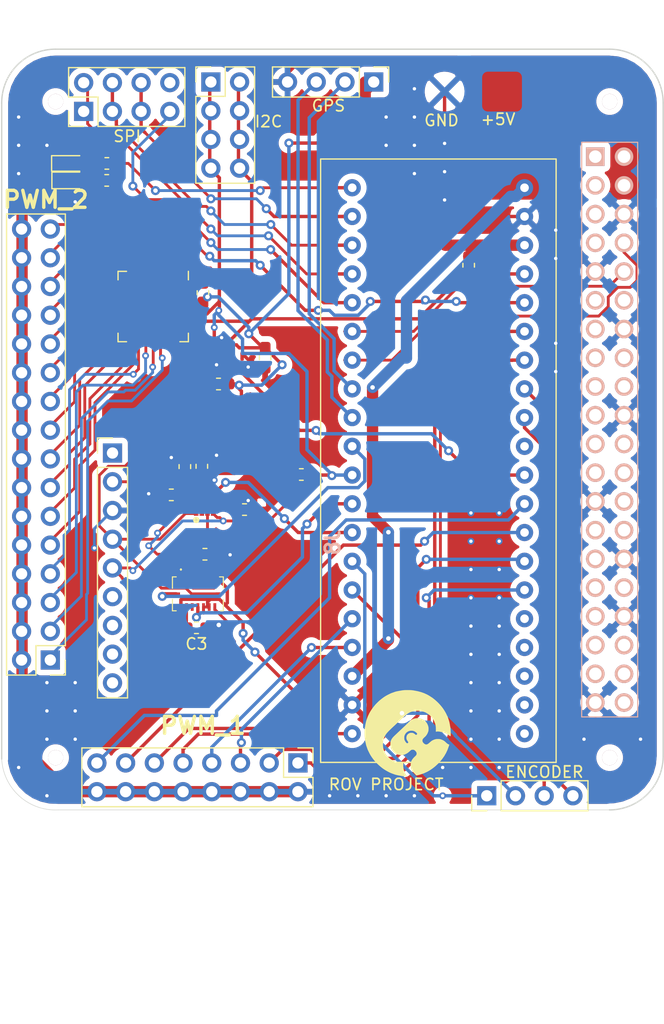
<source format=kicad_pcb>
(kicad_pcb (version 20171130) (host pcbnew 5.1.5+dfsg1-2build2)
  (layers (0 F.Cu signal) (31 B.Cu signal) (34 B.Paste user) (35 F.Paste user) (36 B.SilkS user) (37 F.SilkS user) (38 B.Mask user) (39 F.Mask user) (44 Edge.Cuts user))
  (net 0 "")
  (net 1 "Net-(AC1-Pad12)")
  (net 2 "Net-(AC1-Pad11)")
  (net 3 +3V3)
  (net 4 Earth)
  (net 5 MAG_INT)
  (net 6 "Net-(AC1-Pad5)")
  (net 7 I2C_SDA)
  (net 8 "Net-(AC1-Pad2)")
  (net 9 I2C_SCL)
  (net 10 "Net-(D1-Pad2)")
  (net 11 "Net-(D2-Pad2)")
  (net 12 ACCEL_INT)
  (net 13 "Net-(IC1-Pad13)")
  (net 14 GYRO_INT)
  (net 15 "Net-(IC1-Pad5)")
  (net 16 "Net-(IC1-Pad2)")
  (net 17 "Net-(IC1-Pad1)")
  (net 18 PA4)
  (net 19 PA12)
  (net 20 PA11)
  (net 21 ENC4)
  (net 22 ENC3)
  (net 23 ENC2)
  (net 24 ENC1)
  (net 25 "Net-(J4-Pad9)")
  (net 26 "Net-(J4-Pad8)")
  (net 27 "Net-(J4-Pad7)")
  (net 28 "Net-(J4-Pad6)")
  (net 29 "Net-(J4-Pad1)")
  (net 30 PA3)
  (net 31 PA2)
  (net 32 PA1)
  (net 33 PA0)
  (net 34 PB9)
  (net 35 PB8)
  (net 36 PB1)
  (net 37 PB0)
  (net 38 "Net-(J6-Pad8)")
  (net 39 PA8)
  (net 40 PB13)
  (net 41 PB14)
  (net 42 PB15)
  (net 43 "Net-(J8-Pad40)")
  (net 44 "Net-(J8-Pad38)")
  (net 45 "Net-(J8-Pad37)")
  (net 46 "Net-(J8-Pad36)")
  (net 47 "Net-(J8-Pad35)")
  (net 48 "Net-(J8-Pad33)")
  (net 49 "Net-(J8-Pad32)")
  (net 50 "Net-(J8-Pad31)")
  (net 51 "Net-(J8-Pad29)")
  (net 52 "Net-(J8-Pad28)")
  (net 53 "Net-(J8-Pad27)")
  (net 54 "Net-(J8-Pad26)")
  (net 55 "Net-(J8-Pad24)")
  (net 56 "Net-(J8-Pad23)")
  (net 57 "Net-(J8-Pad22)")
  (net 58 "Net-(J8-Pad21)")
  (net 59 "Net-(J8-Pad19)")
  (net 60 "Net-(J8-Pad18)")
  (net 61 "Net-(J8-Pad17)")
  (net 62 "Net-(J8-Pad16)")
  (net 63 "Net-(J8-Pad15)")
  (net 64 "Net-(J8-Pad13)")
  (net 65 "Net-(J8-Pad12)")
  (net 66 "Net-(J8-Pad11)")
  (net 67 PA9)
  (net 68 PA10)
  (net 69 "Net-(J8-Pad7)")
  (net 70 "Net-(J8-Pad5)")
  (net 71 +5V)
  (net 72 "Net-(J8-Pad3)")
  (net 73 "Net-(J8-Pad1)")
  (net 74 LED3)
  (net 75 LED2)
  (net 76 "Net-(U1-Pad22)")
  (net 77 "Net-(U?1-Pad40)")
  (net 78 PC13)
  (net 79 PC14)
  (net 80 PC15)
  (net 81 "Net-(U?1-Pad36)")
  (net 82 PA5)
  (net 83 "Net-(J7-Pad31)")
  (net 84 "Net-(J7-Pad29)")
  (net 85 "Net-(J7-Pad27)")
  (net 86 "Net-(J7-Pad25)")
  (net 87 "Net-(J7-Pad23)")
  (net 88 "Net-(J7-Pad21)")
  (net 89 "Net-(J7-Pad19)")
  (net 90 "Net-(J7-Pad17)")
  (net 91 "Net-(J7-Pad15)")
  (net 92 "Net-(J7-Pad13)")
  (net 93 "Net-(J7-Pad11)")
  (net 94 "Net-(J7-Pad9)")
  (net 95 "Net-(J7-Pad7)")
  (net 96 "Net-(J7-Pad5)")
  (net 97 "Net-(J7-Pad3)")
  (net 98 "Net-(J7-Pad1)")
  (module RASPBERRY_PI_4B_+_Samtec_ESP-1:RASPBERRYPI4B4GB (layer B.Cu) (at 143.5 51 90)
    (fp_text reference J8 (at -34.13 -23.23 90) (layer B.SilkS) (effects (font (size 1.27 1.27) (thickness 0.254)) (justify mirror)))
    (fp_text value RASPBERRY_PI_4B_+_Samtec_ESP-120-33-G-D hide)
    (pad 44 thru_hole circle (at 4.87 -47.73) (size 1.35 1.35) (drill 2.7) (layers *.Cu *.Mask B.SilkS))
    (pad 43 thru_hole circle (at -53.13 -47.73) (size 1.35 1.35) (drill 2.7) (layers *.Cu *.Mask B.SilkS))
    (pad 42 thru_hole circle (at -53.13 1.27) (size 1.35 1.35) (drill 2.7) (layers *.Cu *.Mask B.SilkS))
    (pad 41 thru_hole circle (at 4.87 1.27) (size 1.35 1.35) (drill 2.7) (layers *.Cu *.Mask B.SilkS))
    (pad 40 thru_hole circle (at -48.26 2.54) (size 1.64 1.64) (drill 1.11) (layers *.Cu *.Mask B.SilkS) (net 43 "Net-(J8-Pad40)"))
    (pad 39 thru_hole circle (at -48.26 0) (size 1.64 1.64) (drill 1.11) (layers *.Cu *.Mask B.SilkS) (net 4 Earth))
    (pad 38 thru_hole circle (at -45.72 2.54) (size 1.64 1.64) (drill 1.11) (layers *.Cu *.Mask B.SilkS) (net 44 "Net-(J8-Pad38)"))
    (pad 37 thru_hole circle (at -45.72 0) (size 1.64 1.64) (drill 1.11) (layers *.Cu *.Mask B.SilkS) (net 45 "Net-(J8-Pad37)"))
    (pad 36 thru_hole circle (at -43.18 2.54) (size 1.64 1.64) (drill 1.11) (layers *.Cu *.Mask B.SilkS) (net 46 "Net-(J8-Pad36)"))
    (pad 35 thru_hole circle (at -43.18 0) (size 1.64 1.64) (drill 1.11) (layers *.Cu *.Mask B.SilkS) (net 47 "Net-(J8-Pad35)"))
    (pad 34 thru_hole circle (at -40.64 2.54) (size 1.64 1.64) (drill 1.11) (layers *.Cu *.Mask B.SilkS) (net 4 Earth))
    (pad 33 thru_hole circle (at -40.64 0) (size 1.64 1.64) (drill 1.11) (layers *.Cu *.Mask B.SilkS) (net 48 "Net-(J8-Pad33)"))
    (pad 32 thru_hole circle (at -38.1 2.54) (size 1.64 1.64) (drill 1.11) (layers *.Cu *.Mask B.SilkS) (net 49 "Net-(J8-Pad32)"))
    (pad 31 thru_hole circle (at -38.1 0) (size 1.64 1.64) (drill 1.11) (layers *.Cu *.Mask B.SilkS) (net 50 "Net-(J8-Pad31)"))
    (pad 30 thru_hole circle (at -35.56 2.54) (size 1.64 1.64) (drill 1.11) (layers *.Cu *.Mask B.SilkS) (net 4 Earth))
    (pad 29 thru_hole circle (at -35.56 0) (size 1.64 1.64) (drill 1.11) (layers *.Cu *.Mask B.SilkS) (net 51 "Net-(J8-Pad29)"))
    (pad 28 thru_hole circle (at -33.02 2.54) (size 1.64 1.64) (drill 1.11) (layers *.Cu *.Mask B.SilkS) (net 52 "Net-(J8-Pad28)"))
    (pad 27 thru_hole circle (at -33.02 0) (size 1.64 1.64) (drill 1.11) (layers *.Cu *.Mask B.SilkS) (net 53 "Net-(J8-Pad27)"))
    (pad 26 thru_hole circle (at -30.48 2.54) (size 1.64 1.64) (drill 1.11) (layers *.Cu *.Mask B.SilkS) (net 54 "Net-(J8-Pad26)"))
    (pad 25 thru_hole circle (at -30.48 0) (size 1.64 1.64) (drill 1.11) (layers *.Cu *.Mask B.SilkS) (net 4 Earth))
    (pad 24 thru_hole circle (at -27.94 2.54) (size 1.64 1.64) (drill 1.11) (layers *.Cu *.Mask B.SilkS) (net 55 "Net-(J8-Pad24)"))
    (pad 23 thru_hole circle (at -27.94 0) (size 1.64 1.64) (drill 1.11) (layers *.Cu *.Mask B.SilkS) (net 56 "Net-(J8-Pad23)"))
    (pad 22 thru_hole circle (at -25.4 2.54) (size 1.64 1.64) (drill 1.11) (layers *.Cu *.Mask B.SilkS) (net 57 "Net-(J8-Pad22)"))
    (pad 21 thru_hole circle (at -25.4 0) (size 1.64 1.64) (drill 1.11) (layers *.Cu *.Mask B.SilkS) (net 58 "Net-(J8-Pad21)"))
    (pad 20 thru_hole circle (at -22.86 2.54) (size 1.64 1.64) (drill 1.11) (layers *.Cu *.Mask B.SilkS) (net 4 Earth))
    (pad 19 thru_hole circle (at -22.86 0) (size 1.64 1.64) (drill 1.11) (layers *.Cu *.Mask B.SilkS) (net 59 "Net-(J8-Pad19)"))
    (pad 18 thru_hole circle (at -20.32 2.54) (size 1.64 1.64) (drill 1.11) (layers *.Cu *.Mask B.SilkS) (net 60 "Net-(J8-Pad18)"))
    (pad 17 thru_hole circle (at -20.32 0) (size 1.64 1.64) (drill 1.11) (layers *.Cu *.Mask B.SilkS) (net 61 "Net-(J8-Pad17)"))
    (pad 16 thru_hole circle (at -17.78 2.54) (size 1.64 1.64) (drill 1.11) (layers *.Cu *.Mask B.SilkS) (net 62 "Net-(J8-Pad16)"))
    (pad 15 thru_hole circle (at -17.78 0) (size 1.64 1.64) (drill 1.11) (layers *.Cu *.Mask B.SilkS) (net 63 "Net-(J8-Pad15)"))
    (pad 14 thru_hole circle (at -15.24 2.54) (size 1.64 1.64) (drill 1.11) (layers *.Cu *.Mask B.SilkS) (net 4 Earth))
    (pad 13 thru_hole circle (at -15.24 0) (size 1.64 1.64) (drill 1.11) (layers *.Cu *.Mask B.SilkS) (net 64 "Net-(J8-Pad13)"))
    (pad 12 thru_hole circle (at -12.7 2.54) (size 1.64 1.64) (drill 1.11) (layers *.Cu *.Mask B.SilkS) (net 65 "Net-(J8-Pad12)"))
    (pad 11 thru_hole circle (at -12.7 0) (size 1.64 1.64) (drill 1.11) (layers *.Cu *.Mask B.SilkS) (net 66 "Net-(J8-Pad11)"))
    (pad 10 thru_hole circle (at -10.16 2.54) (size 1.64 1.64) (drill 1.11) (layers *.Cu *.Mask B.SilkS) (net 67 PA9))
    (pad 9 thru_hole circle (at -10.16 0) (size 1.64 1.64) (drill 1.11) (layers *.Cu *.Mask B.SilkS) (net 4 Earth))
    (pad 8 thru_hole circle (at -7.62 2.54) (size 1.64 1.64) (drill 1.11) (layers *.Cu *.Mask B.SilkS) (net 68 PA10))
    (pad 7 thru_hole circle (at -7.62 0) (size 1.64 1.64) (drill 1.11) (layers *.Cu *.Mask B.SilkS) (net 69 "Net-(J8-Pad7)"))
    (pad 6 thru_hole circle (at -5.08 2.54) (size 1.64 1.64) (drill 1.11) (layers *.Cu *.Mask B.SilkS) (net 4 Earth))
    (pad 5 thru_hole circle (at -5.08 0) (size 1.64 1.64) (drill 1.11) (layers *.Cu *.Mask B.SilkS) (net 70 "Net-(J8-Pad5)"))
    (pad 4 thru_hole circle (at -2.54 2.54) (size 1.64 1.64) (drill 1.11) (layers *.Cu *.Mask B.SilkS) (net 71 +5V))
    (pad 3 thru_hole circle (at -2.54 0) (size 1.64 1.64) (drill 1.11) (layers *.Cu *.Mask B.SilkS) (net 72 "Net-(J8-Pad3)"))
    (pad 2 thru_hole circle (at 0 2.54) (size 1.64 1.64) (drill 1.11) (layers *.Cu *.Mask B.SilkS) (net 71 +5V))
    (pad 1 thru_hole rect (at 0 0) (size 1.64 1.64) (drill 1.11) (layers *.Cu *.Mask B.SilkS) (net 73 "Net-(J8-Pad1)"))
  )
  (module mod:robosoc_logo (layer F.Cu) (at 126.9 101.8)
    (fp_text reference G*** hide)
    (fp_text value LOGO hide)
  )
  (module LED_SMD:LED_0603_1608Metric_Pad1.05x0.95mm_HandSolder (layer F.Cu) (at 97.1 53.1)
    (fp_text reference D2 hide)
    (fp_text value LED)
    (pad 2 smd roundrect (at 0.875 0) (size 1.05 0.95) (layers F.Cu F.Paste F.Mask) (net 11 "Net-(D2-Pad2)"))
    (pad 1 smd roundrect (at -0.875 0) (size 1.05 0.95) (layers F.Cu F.Paste F.Mask) (net 4 Earth))
  )
  (module LED_SMD:LED_0603_1608Metric_Castellated (layer F.Cu) (at 97.1 51.6)
    (fp_text reference D1 hide)
    (fp_text value LED)
    (pad 2 smd roundrect (at 0.8125 0) (size 1.225 0.85) (layers F.Cu F.Paste F.Mask) (net 10 "Net-(D1-Pad2)"))
    (pad 1 smd roundrect (at -0.8125 0) (size 1.225 0.85) (layers F.Cu F.Paste F.Mask) (net 4 Earth))
  )
  (module stm32-black-pill:stm32 (layer F.Cu) (at 122 53.75)
    (fp_text reference U?1 hide)
    (fp_text value stm32f411-black-pill)
    (pad 40 thru_hole circle (at 15.24 48.26) (size 1.524 1.524) (drill 0.762) (layers *.Cu *.Mask) (net 77 "Net-(U?1-Pad40)"))
    (pad 39 thru_hole circle (at 15.24 45.72) (size 1.524 1.524) (drill 0.762) (layers *.Cu *.Mask) (net 78 PC13))
    (pad 38 thru_hole circle (at 15.24 43.18) (size 1.524 1.524) (drill 0.762) (layers *.Cu *.Mask) (net 79 PC14))
    (pad 37 thru_hole circle (at 15.24 40.64) (size 1.524 1.524) (drill 0.762) (layers *.Cu *.Mask) (net 80 PC15))
    (pad 36 thru_hole circle (at 15.24 38.1) (size 1.524 1.524) (drill 0.762) (layers *.Cu *.Mask) (net 81 "Net-(U?1-Pad36)"))
    (pad 35 thru_hole circle (at 15.24 35.56) (size 1.524 1.524) (drill 0.762) (layers *.Cu *.Mask) (net 33 PA0))
    (pad 34 thru_hole circle (at 15.24 33.02) (size 1.524 1.524) (drill 0.762) (layers *.Cu *.Mask) (net 32 PA1))
    (pad 33 thru_hole circle (at 15.24 30.48) (size 1.524 1.524) (drill 0.762) (layers *.Cu *.Mask) (net 31 PA2))
    (pad 32 thru_hole circle (at 15.24 27.94) (size 1.524 1.524) (drill 0.762) (layers *.Cu *.Mask) (net 30 PA3))
    (pad 31 thru_hole circle (at 15.24 25.4) (size 1.524 1.524) (drill 0.762) (layers *.Cu *.Mask) (net 18 PA4))
    (pad 30 thru_hole circle (at 15.24 22.86) (size 1.524 1.524) (drill 0.762) (layers *.Cu *.Mask) (net 82 PA5))
    (pad 29 thru_hole circle (at 15.24 20.32) (size 1.524 1.524) (drill 0.762) (layers *.Cu *.Mask) (net 22 ENC3))
    (pad 28 thru_hole circle (at 15.24 17.78) (size 1.524 1.524) (drill 0.762) (layers *.Cu *.Mask) (net 21 ENC4))
    (pad 27 thru_hole circle (at 15.24 15.24) (size 1.524 1.524) (drill 0.762) (layers *.Cu *.Mask) (net 37 PB0))
    (pad 26 thru_hole circle (at 15.24 12.7) (size 1.524 1.524) (drill 0.762) (layers *.Cu *.Mask) (net 36 PB1))
    (pad 25 thru_hole circle (at 15.24 10.16) (size 1.524 1.524) (drill 0.762) (layers *.Cu *.Mask) (net 75 LED2))
    (pad 24 thru_hole circle (at 15.24 7.62) (size 1.524 1.524) (drill 0.762) (layers *.Cu *.Mask) (net 9 I2C_SCL))
    (pad 23 thru_hole circle (at 15.24 5.08) (size 1.524 1.524) (drill 0.762) (layers *.Cu *.Mask) (net 3 +3V3))
    (pad 22 thru_hole circle (at 15.24 2.54) (size 1.524 1.524) (drill 0.762) (layers *.Cu *.Mask) (net 4 Earth))
    (pad 21 thru_hole circle (at 15.24 0) (size 1.524 1.524) (drill 0.762) (layers *.Cu *.Mask) (net 71 +5V))
    (pad 20 thru_hole circle (at 0 48.26) (size 1.524 1.524) (drill 0.762) (layers *.Cu *.Mask) (net 3 +3V3))
    (pad 19 thru_hole circle (at 0 45.72) (size 1.524 1.524) (drill 0.762) (layers *.Cu *.Mask) (net 4 Earth))
    (pad 18 thru_hole circle (at 0 43.18) (size 1.524 1.524) (drill 0.762) (layers *.Cu *.Mask) (net 71 +5V))
    (pad 17 thru_hole circle (at 0 40.64) (size 1.524 1.524) (drill 0.762) (layers *.Cu *.Mask) (net 34 PB9))
    (pad 16 thru_hole circle (at 0 38.1) (size 1.524 1.524) (drill 0.762) (layers *.Cu *.Mask) (net 35 PB8))
    (pad 15 thru_hole circle (at 0 35.56) (size 1.524 1.524) (drill 0.762) (layers *.Cu *.Mask) (net 23 ENC2))
    (pad 14 thru_hole circle (at 0 33.02) (size 1.524 1.524) (drill 0.762) (layers *.Cu *.Mask) (net 24 ENC1))
    (pad 13 thru_hole circle (at 0 30.48) (size 1.524 1.524) (drill 0.762) (layers *.Cu *.Mask) (net 5 MAG_INT))
    (pad 12 thru_hole circle (at 0 27.94) (size 1.524 1.524) (drill 0.762) (layers *.Cu *.Mask) (net 14 GYRO_INT))
    (pad 11 thru_hole circle (at 0 25.4) (size 1.524 1.524) (drill 0.762) (layers *.Cu *.Mask) (net 7 I2C_SDA))
    (pad 10 thru_hole circle (at 0 22.86) (size 1.524 1.524) (drill 0.762) (layers *.Cu *.Mask) (net 12 ACCEL_INT))
    (pad 9 thru_hole circle (at 0 20.32) (size 1.524 1.524) (drill 0.762) (layers *.Cu *.Mask) (net 19 PA12))
    (pad 8 thru_hole circle (at 0 17.78) (size 1.524 1.524) (drill 0.762) (layers *.Cu *.Mask) (net 20 PA11))
    (pad 7 thru_hole circle (at 0 15.24) (size 1.524 1.524) (drill 0.762) (layers *.Cu *.Mask) (net 68 PA10))
    (pad 6 thru_hole circle (at 0 12.7) (size 1.524 1.524) (drill 0.762) (layers *.Cu *.Mask) (net 67 PA9))
    (pad 5 thru_hole circle (at 0 10.16) (size 1.524 1.524) (drill 0.762) (layers *.Cu *.Mask) (net 39 PA8))
    (pad 4 thru_hole circle (at 0 7.62) (size 1.524 1.524) (drill 0.762) (layers *.Cu *.Mask) (net 42 PB15))
    (pad 3 thru_hole circle (at 0 5.08) (size 1.524 1.524) (drill 0.762) (layers *.Cu *.Mask) (net 41 PB14))
    (pad 2 thru_hole circle (at 0 2.54) (size 1.524 1.524) (drill 0.762) (layers *.Cu *.Mask) (net 40 PB13))
    (pad 1 thru_hole circle (at 0 0) (size 1.524 1.524) (drill 0.762) (layers *.Cu *.Mask) (net 74 LED3))
  )
  (module Package_DFN_QFN:QFN-28-1EP_6x6mm_P0.65mm_EP4.25x4.25mm (layer F.Cu) (at 104.4 64.25 270)
    (fp_text reference U1 hide)
    (fp_text value PCA9685BS)
    (pad 28 smd roundrect (at -1.95 -2.8375 270) (size 0.3 1.025) (layers F.Cu F.Paste F.Mask) (net 4 Earth))
    (pad 27 smd roundrect (at -1.3 -2.8375 270) (size 0.3 1.025) (layers F.Cu F.Paste F.Mask) (net 4 Earth))
    (pad 26 smd roundrect (at -0.65 -2.8375 270) (size 0.3 1.025) (layers F.Cu F.Paste F.Mask) (net 4 Earth))
    (pad 25 smd roundrect (at 0 -2.8375 270) (size 0.3 1.025) (layers F.Cu F.Paste F.Mask) (net 3 +3V3))
    (pad 24 smd roundrect (at 0.65 -2.8375 270) (size 0.3 1.025) (layers F.Cu F.Paste F.Mask) (net 7 I2C_SDA))
    (pad 23 smd roundrect (at 1.3 -2.8375 270) (size 0.3 1.025) (layers F.Cu F.Paste F.Mask) (net 9 I2C_SCL))
    (pad 22 smd roundrect (at 1.95 -2.8375 270) (size 0.3 1.025) (layers F.Cu F.Paste F.Mask) (net 76 "Net-(U1-Pad22)"))
    (pad 21 smd roundrect (at 2.8375 -1.95 270) (size 1.025 0.3) (layers F.Cu F.Paste F.Mask) (net 4 Earth))
    (pad 20 smd roundrect (at 2.8375 -1.3 270) (size 1.025 0.3) (layers F.Cu F.Paste F.Mask) (net 4 Earth))
    (pad 19 smd roundrect (at 2.8375 -0.65 270) (size 1.025 0.3) (layers F.Cu F.Paste F.Mask) (net 98 "Net-(J7-Pad1)"))
    (pad 18 smd roundrect (at 2.8375 0 270) (size 1.025 0.3) (layers F.Cu F.Paste F.Mask) (net 97 "Net-(J7-Pad3)"))
    (pad 17 smd roundrect (at 2.8375 0.65 270) (size 1.025 0.3) (layers F.Cu F.Paste F.Mask) (net 96 "Net-(J7-Pad5)"))
    (pad 16 smd roundrect (at 2.8375 1.3 270) (size 1.025 0.3) (layers F.Cu F.Paste F.Mask) (net 95 "Net-(J7-Pad7)"))
    (pad 15 smd roundrect (at 2.8375 1.95 270) (size 1.025 0.3) (layers F.Cu F.Paste F.Mask) (net 94 "Net-(J7-Pad9)"))
    (pad 14 smd roundrect (at 1.95 2.8375 270) (size 0.3 1.025) (layers F.Cu F.Paste F.Mask) (net 93 "Net-(J7-Pad11)"))
    (pad 13 smd roundrect (at 1.3 2.8375 270) (size 0.3 1.025) (layers F.Cu F.Paste F.Mask) (net 92 "Net-(J7-Pad13)"))
    (pad 12 smd roundrect (at 0.65 2.8375 270) (size 0.3 1.025) (layers F.Cu F.Paste F.Mask) (net 91 "Net-(J7-Pad15)"))
    (pad 11 smd roundrect (at 0 2.8375 270) (size 0.3 1.025) (layers F.Cu F.Paste F.Mask) (net 4 Earth))
    (pad 10 smd roundrect (at -0.65 2.8375 270) (size 0.3 1.025) (layers F.Cu F.Paste F.Mask) (net 90 "Net-(J7-Pad17)"))
    (pad 9 smd roundrect (at -1.3 2.8375 270) (size 0.3 1.025) (layers F.Cu F.Paste F.Mask) (net 89 "Net-(J7-Pad19)"))
    (pad 8 smd roundrect (at -1.95 2.8375 270) (size 0.3 1.025) (layers F.Cu F.Paste F.Mask) (net 88 "Net-(J7-Pad21)"))
    (pad 7 smd roundrect (at -2.8375 1.95 270) (size 1.025 0.3) (layers F.Cu F.Paste F.Mask) (net 87 "Net-(J7-Pad23)"))
    (pad 6 smd roundrect (at -2.8375 1.3 270) (size 1.025 0.3) (layers F.Cu F.Paste F.Mask) (net 86 "Net-(J7-Pad25)"))
    (pad 5 smd roundrect (at -2.8375 0.65 270) (size 1.025 0.3) (layers F.Cu F.Paste F.Mask) (net 85 "Net-(J7-Pad27)"))
    (pad 4 smd roundrect (at -2.8375 0 270) (size 1.025 0.3) (layers F.Cu F.Paste F.Mask) (net 84 "Net-(J7-Pad29)"))
    (pad 3 smd roundrect (at -2.8375 -0.65 270) (size 1.025 0.3) (layers F.Cu F.Paste F.Mask) (net 83 "Net-(J7-Pad31)"))
    (pad 2 smd roundrect (at -2.8375 -1.3 270) (size 1.025 0.3) (layers F.Cu F.Paste F.Mask) (net 4 Earth))
    (pad 1 smd roundrect (at -2.8375 -1.95 270) (size 1.025 0.3) (layers F.Cu F.Paste F.Mask) (net 4 Earth))
    (pad 29 smd roundrect (at 0 0 270) (size 4.25 4.25) (layers F.Cu F.Mask) (roundrect_rratio 0.058824) (net 4 Earth))
  )
  (module Resistor_SMD:R_0603_1608Metric (layer F.Cu) (at 100.2875 53.1 180)
    (fp_text reference R4 hide)
    (fp_text value 2k2)
    (pad 2 smd roundrect (at 0.7875 0 180) (size 0.875 0.95) (layers F.Cu F.Paste F.Mask) (net 11 "Net-(D2-Pad2)"))
    (pad 1 smd roundrect (at -0.7875 0 180) (size 0.875 0.95) (layers F.Cu F.Paste F.Mask) (net 75 LED2))
  )
  (module Resistor_SMD:R_0603_1608Metric (layer F.Cu) (at 100.3 51.6 180)
    (fp_text reference R3 hide)
    (fp_text value 2k2)
    (pad 2 smd roundrect (at 0.7875 0 180) (size 0.875 0.95) (layers F.Cu F.Paste F.Mask) (net 10 "Net-(D1-Pad2)"))
    (pad 1 smd roundrect (at -0.7875 0 180) (size 0.875 0.95) (layers F.Cu F.Paste F.Mask) (net 74 LED3))
  )
  (module Resistor_SMD:R_0603_1608Metric (layer F.Cu) (at 132.3 60.6 90)
    (fp_text reference R2 hide)
    (fp_text value 4k7)
    (pad 2 smd roundrect (at 0.7875 0 90) (size 0.875 0.95) (layers F.Cu F.Paste F.Mask) (net 3 +3V3))
    (pad 1 smd roundrect (at -0.7875 0 90) (size 0.875 0.95) (layers F.Cu F.Paste F.Mask) (net 9 I2C_SCL))
  )
  (module Resistor_SMD:R_0603_1608Metric (layer F.Cu) (at 117.5 79.1 180)
    (fp_text reference R1 hide)
    (fp_text value 4k7)
    (pad 2 smd roundrect (at 0.7875 0 180) (size 0.875 0.95) (layers F.Cu F.Paste F.Mask) (net 3 +3V3))
    (pad 1 smd roundrect (at -0.7875 0 180) (size 0.875 0.95) (layers F.Cu F.Paste F.Mask) (net 7 I2C_SDA))
  )
  (module Connector_PinHeader_2.54mm:PinHeader_2x16_P2.54mm_Vertical (layer F.Cu) (at 95.3 95.5 180)
    (fp_text reference E hide)
    (fp_text value Conn_02x16_Odd_Even hide)
    (pad 32 thru_hole oval (at 2.54 38.1 180) (size 1.7 1.7) (drill 1) (layers *.Cu *.Mask) (net 4 Earth))
    (pad 31 thru_hole oval (at 0 38.1 180) (size 1.7 1.7) (drill 1) (layers *.Cu *.Mask) (net 83 "Net-(J7-Pad31)"))
    (pad 30 thru_hole oval (at 2.54 35.56 180) (size 1.7 1.7) (drill 1) (layers *.Cu *.Mask) (net 4 Earth))
    (pad 29 thru_hole oval (at 0 35.56 180) (size 1.7 1.7) (drill 1) (layers *.Cu *.Mask) (net 84 "Net-(J7-Pad29)"))
    (pad 28 thru_hole oval (at 2.54 33.02 180) (size 1.7 1.7) (drill 1) (layers *.Cu *.Mask) (net 4 Earth))
    (pad 27 thru_hole oval (at 0 33.02 180) (size 1.7 1.7) (drill 1) (layers *.Cu *.Mask) (net 85 "Net-(J7-Pad27)"))
    (pad 26 thru_hole oval (at 2.54 30.48 180) (size 1.7 1.7) (drill 1) (layers *.Cu *.Mask) (net 4 Earth))
    (pad 25 thru_hole oval (at 0 30.48 180) (size 1.7 1.7) (drill 1) (layers *.Cu *.Mask) (net 86 "Net-(J7-Pad25)"))
    (pad 24 thru_hole oval (at 2.54 27.94 180) (size 1.7 1.7) (drill 1) (layers *.Cu *.Mask) (net 4 Earth))
    (pad 23 thru_hole oval (at 0 27.94 180) (size 1.7 1.7) (drill 1) (layers *.Cu *.Mask) (net 87 "Net-(J7-Pad23)"))
    (pad 22 thru_hole oval (at 2.54 25.4 180) (size 1.7 1.7) (drill 1) (layers *.Cu *.Mask) (net 4 Earth))
    (pad 21 thru_hole oval (at 0 25.4 180) (size 1.7 1.7) (drill 1) (layers *.Cu *.Mask) (net 88 "Net-(J7-Pad21)"))
    (pad 20 thru_hole oval (at 2.54 22.86 180) (size 1.7 1.7) (drill 1) (layers *.Cu *.Mask) (net 4 Earth))
    (pad 19 thru_hole oval (at 0 22.86 180) (size 1.7 1.7) (drill 1) (layers *.Cu *.Mask) (net 89 "Net-(J7-Pad19)"))
    (pad 18 thru_hole oval (at 2.54 20.32 180) (size 1.7 1.7) (drill 1) (layers *.Cu *.Mask) (net 4 Earth))
    (pad 17 thru_hole oval (at 0 20.32 180) (size 1.7 1.7) (drill 1) (layers *.Cu *.Mask) (net 90 "Net-(J7-Pad17)"))
    (pad 16 thru_hole oval (at 2.54 17.78 180) (size 1.7 1.7) (drill 1) (layers *.Cu *.Mask) (net 4 Earth))
    (pad 15 thru_hole oval (at 0 17.78 180) (size 1.7 1.7) (drill 1) (layers *.Cu *.Mask) (net 91 "Net-(J7-Pad15)"))
    (pad 14 thru_hole oval (at 2.54 15.24 180) (size 1.7 1.7) (drill 1) (layers *.Cu *.Mask) (net 4 Earth))
    (pad 13 thru_hole oval (at 0 15.24 180) (size 1.7 1.7) (drill 1) (layers *.Cu *.Mask) (net 92 "Net-(J7-Pad13)"))
    (pad 12 thru_hole oval (at 2.54 12.7 180) (size 1.7 1.7) (drill 1) (layers *.Cu *.Mask) (net 4 Earth))
    (pad 11 thru_hole oval (at 0 12.7 180) (size 1.7 1.7) (drill 1) (layers *.Cu *.Mask) (net 93 "Net-(J7-Pad11)"))
    (pad 10 thru_hole oval (at 2.54 10.16 180) (size 1.7 1.7) (drill 1) (layers *.Cu *.Mask) (net 4 Earth))
    (pad 9 thru_hole oval (at 0 10.16 180) (size 1.7 1.7) (drill 1) (layers *.Cu *.Mask) (net 94 "Net-(J7-Pad9)"))
    (pad 8 thru_hole oval (at 2.54 7.62 180) (size 1.7 1.7) (drill 1) (layers *.Cu *.Mask) (net 4 Earth))
    (pad 7 thru_hole oval (at 0 7.62 180) (size 1.7 1.7) (drill 1) (layers *.Cu *.Mask) (net 95 "Net-(J7-Pad7)"))
    (pad 6 thru_hole oval (at 2.54 5.08 180) (size 1.7 1.7) (drill 1) (layers *.Cu *.Mask) (net 4 Earth))
    (pad 5 thru_hole oval (at 0 5.08 180) (size 1.7 1.7) (drill 1) (layers *.Cu *.Mask) (net 96 "Net-(J7-Pad5)"))
    (pad 4 thru_hole oval (at 2.54 2.54 180) (size 1.7 1.7) (drill 1) (layers *.Cu *.Mask) (net 4 Earth))
    (pad 3 thru_hole oval (at 0 2.54 180) (size 1.7 1.7) (drill 1) (layers *.Cu *.Mask) (net 97 "Net-(J7-Pad3)"))
    (pad 2 thru_hole oval (at 2.54 0 180) (size 1.7 1.7) (drill 1) (layers *.Cu *.Mask) (net 4 Earth))
    (pad 1 thru_hole rect (at 0 0 180) (size 1.7 1.7) (drill 1) (layers *.Cu *.Mask) (net 98 "Net-(J7-Pad1)"))
  )
  (module Connector_PinHeader_2.54mm:PinHeader_2x04_P2.54mm_Vertical (layer F.Cu) (at 98.25 47 90)
    (fp_text reference J6 hide)
    (fp_text value Conn_02x04_Odd_Even)
    (pad 8 thru_hole oval (at 2.54 7.62 90) (size 1.7 1.7) (drill 1) (layers *.Cu *.Mask) (net 38 "Net-(J6-Pad8)"))
    (pad 7 thru_hole oval (at 0 7.62 90) (size 1.7 1.7) (drill 1) (layers *.Cu *.Mask) (net 39 PA8))
    (pad 6 thru_hole oval (at 2.54 5.08 90) (size 1.7 1.7) (drill 1) (layers *.Cu *.Mask) (net 40 PB13))
    (pad 5 thru_hole oval (at 0 5.08 90) (size 1.7 1.7) (drill 1) (layers *.Cu *.Mask) (net 40 PB13))
    (pad 4 thru_hole oval (at 2.54 2.54 90) (size 1.7 1.7) (drill 1) (layers *.Cu *.Mask) (net 41 PB14))
    (pad 3 thru_hole oval (at 0 2.54 90) (size 1.7 1.7) (drill 1) (layers *.Cu *.Mask) (net 41 PB14))
    (pad 2 thru_hole oval (at 2.54 0 90) (size 1.7 1.7) (drill 1) (layers *.Cu *.Mask) (net 42 PB15))
    (pad 1 thru_hole rect (at 0 0 90) (size 1.7 1.7) (drill 1) (layers *.Cu *.Mask) (net 42 PB15))
  )
  (module Connector_PinHeader_2.54mm:PinHeader_2x08_P2.54mm_Vertical (layer F.Cu) (at 117.2 104.6 270)
    (fp_text reference J5 hide)
    (fp_text value Conn_02x08_Odd_Even)
    (pad 16 thru_hole oval (at 2.54 17.78 270) (size 1.7 1.7) (drill 1) (layers *.Cu *.Mask) (net 4 Earth))
    (pad 15 thru_hole oval (at 0 17.78 270) (size 1.7 1.7) (drill 1) (layers *.Cu *.Mask) (net 30 PA3))
    (pad 14 thru_hole oval (at 2.54 15.24 270) (size 1.7 1.7) (drill 1) (layers *.Cu *.Mask) (net 4 Earth))
    (pad 13 thru_hole oval (at 0 15.24 270) (size 1.7 1.7) (drill 1) (layers *.Cu *.Mask) (net 31 PA2))
    (pad 12 thru_hole oval (at 2.54 12.7 270) (size 1.7 1.7) (drill 1) (layers *.Cu *.Mask) (net 4 Earth))
    (pad 11 thru_hole oval (at 0 12.7 270) (size 1.7 1.7) (drill 1) (layers *.Cu *.Mask) (net 32 PA1))
    (pad 10 thru_hole oval (at 2.54 10.16 270) (size 1.7 1.7) (drill 1) (layers *.Cu *.Mask) (net 4 Earth))
    (pad 9 thru_hole oval (at 0 10.16 270) (size 1.7 1.7) (drill 1) (layers *.Cu *.Mask) (net 33 PA0))
    (pad 8 thru_hole oval (at 2.54 7.62 270) (size 1.7 1.7) (drill 1) (layers *.Cu *.Mask) (net 4 Earth))
    (pad 7 thru_hole oval (at 0 7.62 270) (size 1.7 1.7) (drill 1) (layers *.Cu *.Mask) (net 34 PB9))
    (pad 6 thru_hole oval (at 2.54 5.08 270) (size 1.7 1.7) (drill 1) (layers *.Cu *.Mask) (net 4 Earth))
    (pad 5 thru_hole oval (at 0 5.08 270) (size 1.7 1.7) (drill 1) (layers *.Cu *.Mask) (net 35 PB8))
    (pad 4 thru_hole oval (at 2.54 2.54 270) (size 1.7 1.7) (drill 1) (layers *.Cu *.Mask) (net 4 Earth))
    (pad 3 thru_hole oval (at 0 2.54 270) (size 1.7 1.7) (drill 1) (layers *.Cu *.Mask) (net 36 PB1))
    (pad 2 thru_hole oval (at 2.54 0 270) (size 1.7 1.7) (drill 1) (layers *.Cu *.Mask) (net 4 Earth))
    (pad 1 thru_hole rect (at 0 0 270) (size 1.7 1.7) (drill 1) (layers *.Cu *.Mask) (net 37 PB0))
  )
  (module Connector_PinHeader_2.54mm:PinHeader_1x09_P2.54mm_Vertical (layer F.Cu) (at 100.8 77.2)
    (fp_text reference J4 hide)
    (fp_text value Conn_01x09)
    (pad 9 thru_hole oval (at 0 20.32) (size 1.7 1.7) (drill 1) (layers *.Cu *.Mask) (net 25 "Net-(J4-Pad9)"))
    (pad 8 thru_hole oval (at 0 17.78) (size 1.7 1.7) (drill 1) (layers *.Cu *.Mask) (net 26 "Net-(J4-Pad8)"))
    (pad 7 thru_hole oval (at 0 15.24) (size 1.7 1.7) (drill 1) (layers *.Cu *.Mask) (net 27 "Net-(J4-Pad7)"))
    (pad 6 thru_hole oval (at 0 12.7) (size 1.7 1.7) (drill 1) (layers *.Cu *.Mask) (net 28 "Net-(J4-Pad6)"))
    (pad 5 thru_hole oval (at 0 10.16) (size 1.7 1.7) (drill 1) (layers *.Cu *.Mask) (net 7 I2C_SDA))
    (pad 4 thru_hole oval (at 0 7.62) (size 1.7 1.7) (drill 1) (layers *.Cu *.Mask) (net 9 I2C_SCL))
    (pad 3 thru_hole oval (at 0 5.08) (size 1.7 1.7) (drill 1) (layers *.Cu *.Mask) (net 4 Earth))
    (pad 2 thru_hole oval (at 0 2.54) (size 1.7 1.7) (drill 1) (layers *.Cu *.Mask) (net 3 +3V3))
    (pad 1 thru_hole rect (at 0 0) (size 1.7 1.7) (drill 1) (layers *.Cu *.Mask) (net 29 "Net-(J4-Pad1)"))
  )
  (module Connector_PinHeader_2.54mm:PinHeader_2x04_P2.54mm_Vertical (layer F.Cu) (at 109.5 44.4)
    (fp_text reference J3 hide)
    (fp_text value Conn_02x04_Odd_Even)
    (pad 8 thru_hole oval (at 2.54 7.62) (size 1.7 1.7) (drill 1) (layers *.Cu *.Mask) (net 9 I2C_SCL))
    (pad 7 thru_hole oval (at 0 7.62) (size 1.7 1.7) (drill 1) (layers *.Cu *.Mask) (net 7 I2C_SDA))
    (pad 6 thru_hole oval (at 2.54 5.08) (size 1.7 1.7) (drill 1) (layers *.Cu *.Mask) (net 9 I2C_SCL))
    (pad 5 thru_hole oval (at 0 5.08) (size 1.7 1.7) (drill 1) (layers *.Cu *.Mask) (net 7 I2C_SDA))
    (pad 4 thru_hole oval (at 2.54 2.54) (size 1.7 1.7) (drill 1) (layers *.Cu *.Mask) (net 9 I2C_SCL))
    (pad 3 thru_hole oval (at 0 2.54) (size 1.7 1.7) (drill 1) (layers *.Cu *.Mask) (net 7 I2C_SDA))
    (pad 2 thru_hole oval (at 2.54 0) (size 1.7 1.7) (drill 1) (layers *.Cu *.Mask) (net 9 I2C_SCL))
    (pad 1 thru_hole rect (at 0 0) (size 1.7 1.7) (drill 1) (layers *.Cu *.Mask) (net 7 I2C_SDA))
  )
  (module Connector_PinHeader_2.54mm:PinHeader_1x04_P2.54mm_Vertical (layer F.Cu) (at 133.9 107.5 90)
    (fp_text reference J2 hide)
    (fp_text value Conn_01x04)
    (pad 4 thru_hole oval (at 0 7.62 90) (size 1.7 1.7) (drill 1) (layers *.Cu *.Mask) (net 21 ENC4))
    (pad 3 thru_hole oval (at 0 5.08 90) (size 1.7 1.7) (drill 1) (layers *.Cu *.Mask) (net 22 ENC3))
    (pad 2 thru_hole oval (at 0 2.54 90) (size 1.7 1.7) (drill 1) (layers *.Cu *.Mask) (net 23 ENC2))
    (pad 1 thru_hole rect (at 0 0 90) (size 1.7 1.7) (drill 1) (layers *.Cu *.Mask) (net 24 ENC1))
  )
  (module Connector_PinHeader_2.54mm:PinHeader_1x04_P2.54mm_Vertical (layer F.Cu) (at 123.9 44.4 270)
    (fp_text reference J1 hide)
    (fp_text value Conn_01x04)
    (pad 4 thru_hole oval (at 0 7.62 270) (size 1.7 1.7) (drill 1) (layers *.Cu *.Mask) (net 4 Earth))
    (pad 3 thru_hole oval (at 0 5.08 270) (size 1.7 1.7) (drill 1) (layers *.Cu *.Mask) (net 19 PA12))
    (pad 2 thru_hole oval (at 0 2.54 270) (size 1.7 1.7) (drill 1) (layers *.Cu *.Mask) (net 20 PA11))
    (pad 1 thru_hole rect (at 0 0 270) (size 1.7 1.7) (drill 1) (layers *.Cu *.Mask) (net 3 +3V3))
  )
  (module BMP390:BMP390 (layer F.Cu) (at 111.5 68.4)
    (fp_text reference IC2 hide)
    (fp_text value BMP390 hide)
    (pad 10 smd rect (at 0.762 -0.5 90) (size 0.25 0.275) (layers F.Cu F.Paste F.Mask) (net 3 +3V3))
    (pad 9 smd rect (at 0.762 0 90) (size 0.25 0.275) (layers F.Cu F.Paste F.Mask) (net 4 Earth))
    (pad 8 smd rect (at 0.762 0.5 90) (size 0.25 0.275) (layers F.Cu F.Paste F.Mask) (net 4 Earth))
    (pad 7 smd rect (at 0.25 0.763) (size 0.25 0.275) (layers F.Cu F.Paste F.Mask) (net 18 PA4))
    (pad 6 smd rect (at -0.25 0.763) (size 0.25 0.275) (layers F.Cu F.Paste F.Mask) (net 3 +3V3))
    (pad 5 smd rect (at -0.762 0.5 90) (size 0.25 0.275) (layers F.Cu F.Paste F.Mask) (net 4 Earth))
    (pad 4 smd rect (at -0.762 0 90) (size 0.25 0.275) (layers F.Cu F.Paste F.Mask) (net 7 I2C_SDA))
    (pad 3 smd rect (at -0.762 -0.5 90) (size 0.25 0.275) (layers F.Cu F.Paste F.Mask) (net 4 Earth))
    (pad 2 smd rect (at -0.25 -0.763) (size 0.25 0.275) (layers F.Cu F.Paste F.Mask) (net 9 I2C_SCL))
    (pad 1 smd rect (at 0.25 -0.763) (size 0.25 0.275) (layers F.Cu F.Paste F.Mask) (net 3 +3V3))
  )
  (module BMI088:BMI088 (layer F.Cu) (at 108.35 89.65)
    (fp_text reference IC1 hide)
    (fp_text value BMI088 hide)
    (pad 16 smd rect (at -1.915 0 90) (size 0.25 0.675) (layers F.Cu F.Paste F.Mask) (net 12 ACCEL_INT))
    (pad 15 smd rect (at -1.5 1.165) (size 0.25 0.675) (layers F.Cu F.Paste F.Mask) (net 3 +3V3))
    (pad 14 smd rect (at -1 1.165) (size 0.25 0.675) (layers F.Cu F.Paste F.Mask) (net 3 +3V3))
    (pad 13 smd rect (at -0.5 1.165) (size 0.25 0.675) (layers F.Cu F.Paste F.Mask) (net 13 "Net-(IC1-Pad13)"))
    (pad 12 smd rect (at 0 1.165) (size 0.25 0.675) (layers F.Cu F.Paste F.Mask) (net 14 GYRO_INT))
    (pad 11 smd rect (at 0.5 1.165) (size 0.25 0.675) (layers F.Cu F.Paste F.Mask) (net 3 +3V3))
    (pad 10 smd rect (at 1 1.165) (size 0.25 0.675) (layers F.Cu F.Paste F.Mask) (net 3 +3V3))
    (pad 9 smd rect (at 1.5 1.165) (size 0.25 0.675) (layers F.Cu F.Paste F.Mask) (net 7 I2C_SDA))
    (pad 8 smd rect (at 1.915 0 90) (size 0.25 0.675) (layers F.Cu F.Paste F.Mask) (net 9 I2C_SCL))
    (pad 7 smd rect (at 1.5 -1.165) (size 0.25 0.675) (layers F.Cu F.Paste F.Mask) (net 3 +3V3))
    (pad 6 smd rect (at 1 -1.165) (size 0.25 0.675) (layers F.Cu F.Paste F.Mask) (net 4 Earth))
    (pad 5 smd rect (at 0.5 -1.165) (size 0.25 0.675) (layers F.Cu F.Paste F.Mask) (net 15 "Net-(IC1-Pad5)"))
    (pad 4 smd rect (at 0 -1.165) (size 0.25 0.675) (layers F.Cu F.Paste F.Mask) (net 4 Earth))
    (pad 3 smd rect (at -0.5 -1.165) (size 0.25 0.675) (layers F.Cu F.Paste F.Mask) (net 3 +3V3))
    (pad 2 smd rect (at -1 -1.165) (size 0.25 0.675) (layers F.Cu F.Paste F.Mask) (net 16 "Net-(IC1-Pad2)"))
    (pad 1 smd rect (at -1.5 -1.165) (size 0.25 0.675) (layers F.Cu F.Paste F.Mask) (net 17 "Net-(IC1-Pad1)"))
  )
  (module Capacitor_SMD:C_0603_1608Metric_Pad1.05x0.95mm_HandSolder (layer F.Cu) (at 108.8 63.025 270)
    (fp_text reference C9 hide)
    (fp_text value 100n)
    (pad 2 smd roundrect (at 0.875 0 270) (size 1.05 0.95) (layers F.Cu F.Paste F.Mask) (net 3 +3V3))
    (pad 1 smd roundrect (at -0.875 0 270) (size 1.05 0.95) (layers F.Cu F.Paste F.Mask) (net 4 Earth))
  )
  (module Capacitor_SMD:C_0603_1608Metric_Pad1.05x0.95mm_HandSolder (layer F.Cu) (at 114.3 68.775 90)
    (fp_text reference C8 hide)
    (fp_text value 100n)
    (pad 2 smd roundrect (at 0.875 0 90) (size 1.05 0.95) (layers F.Cu F.Paste F.Mask) (net 3 +3V3))
    (pad 1 smd roundrect (at -0.875 0 90) (size 1.05 0.95) (layers F.Cu F.Paste F.Mask) (net 4 Earth))
  )
  (module Capacitor_SMD:C_0603_1608Metric_Pad1.05x0.95mm_HandSolder (layer F.Cu) (at 110.175 71.1)
    (fp_text reference C7 hide)
    (fp_text value 100n)
    (pad 2 smd roundrect (at 0.875 0) (size 1.05 0.95) (layers F.Cu F.Paste F.Mask) (net 3 +3V3))
    (pad 1 smd roundrect (at -0.875 0) (size 1.05 0.95) (layers F.Cu F.Paste F.Mask) (net 4 Earth))
  )
  (module Capacitor_SMD:C_0603_1608Metric_Pad1.05x0.95mm_HandSolder (layer F.Cu) (at 108.975 86.15 180)
    (fp_text reference C6 hide)
    (fp_text value 100n)
    (pad 2 smd roundrect (at 0.875 0 180) (size 1.05 0.95) (layers F.Cu F.Paste F.Mask) (net 3 +3V3))
    (pad 1 smd roundrect (at -0.875 0 180) (size 1.05 0.95) (layers F.Cu F.Paste F.Mask) (net 4 Earth))
  )
  (module Capacitor_SMD:C_0603_1608Metric_Pad1.05x0.95mm_HandSolder (layer F.Cu) (at 107.2 78.4 270)
    (fp_text reference C5 hide)
    (fp_text value 10uF)
    (pad 2 smd roundrect (at 0.875 0 270) (size 1.05 0.95) (layers F.Cu F.Paste F.Mask) (net 3 +3V3))
    (pad 1 smd roundrect (at -0.875 0 270) (size 1.05 0.95) (layers F.Cu F.Paste F.Mask) (net 4 Earth))
  )
  (module Capacitor_SMD:C_0603_1608Metric_Pad1.05x0.95mm_HandSolder (layer F.Cu) (at 108.7 78.375 270)
    (fp_text reference C4 hide)
    (fp_text value 100n)
    (pad 2 smd roundrect (at 0.875 0 270) (size 1.05 0.95) (layers F.Cu F.Paste F.Mask) (net 3 +3V3))
    (pad 1 smd roundrect (at -0.875 0 270) (size 1.05 0.95) (layers F.Cu F.Paste F.Mask) (net 4 Earth))
  )
  (module Capacitor_SMD:C_0603_1608Metric_Pad1.05x0.95mm_HandSolder (layer F.Cu) (at 108.225 92.65 180)
    (fp_text reference C3 (at 0 -1.43) (layer F.SilkS))
    (fp_text value 100n)
    (pad 2 smd roundrect (at 0.875 0 180) (size 1.05 0.95) (layers F.Cu F.Paste F.Mask) (net 3 +3V3))
    (pad 1 smd roundrect (at -0.875 0 180) (size 1.05 0.95) (layers F.Cu F.Paste F.Mask) (net 4 Earth))
  )
  (module Capacitor_SMD:C_0603_1608Metric_Pad1.05x0.95mm_HandSolder (layer F.Cu) (at 106 80.9)
    (fp_text reference C2 hide)
    (fp_text value 100n)
    (pad 2 smd roundrect (at 0.875 0) (size 1.05 0.95) (layers F.Cu F.Paste F.Mask) (net 3 +3V3))
    (pad 1 smd roundrect (at -0.875 0) (size 1.05 0.95) (layers F.Cu F.Paste F.Mask) (net 4 Earth))
  )
  (module Capacitor_SMD:C_0603_1608Metric_Pad1.05x0.95mm_HandSolder (layer F.Cu) (at 112.475 82.2)
    (fp_text reference C1 hide)
    (fp_text value 220nF)
    (pad 2 smd roundrect (at 0.875 0) (size 1.05 0.95) (layers F.Cu F.Paste F.Mask) (net 4 Earth))
    (pad 1 smd roundrect (at -0.875 0) (size 1.05 0.95) (layers F.Cu F.Paste F.Mask) (net 6 "Net-(AC1-Pad5)"))
  )
  (module IIS2DLPCTR:LGA-12 (layer F.Cu) (at 108.95 81.75 90)
    (fp_text reference AC1 hide)
    (fp_text value IIS2DLPCTR hide)
    (pad 12 smd rect (at -0.25 -0.75 180) (size 0.4 0.4) (layers F.Cu F.Paste F.Mask) (net 1 "Net-(AC1-Pad12)"))
    (pad 11 smd rect (at 0.25 -0.75 180) (size 0.4 0.4) (layers F.Cu F.Paste F.Mask) (net 2 "Net-(AC1-Pad11)"))
    (pad 10 smd rect (at 0.8 -0.75 180) (size 0.4 0.4) (layers F.Cu F.Paste F.Mask) (net 3 +3V3))
    (pad 9 smd rect (at 0.8 -0.25 180) (size 0.4 0.4) (layers F.Cu F.Paste F.Mask) (net 3 +3V3))
    (pad 8 smd rect (at 0.8 0.25 180) (size 0.4 0.4) (layers F.Cu F.Paste F.Mask) (net 4 Earth))
    (pad 7 smd rect (at 0.8 0.75 180) (size 0.4 0.4) (layers F.Cu F.Paste F.Mask) (net 5 MAG_INT))
    (pad 6 smd rect (at 0.25 0.75 180) (size 0.4 0.4) (layers F.Cu F.Paste F.Mask) (net 4 Earth))
    (pad 5 smd rect (at -0.25 0.75 180) (size 0.4 0.4) (layers F.Cu F.Paste F.Mask) (net 6 "Net-(AC1-Pad5)"))
    (pad 4 smd rect (at -0.8 0.75 180) (size 0.4 0.4) (layers F.Cu F.Paste F.Mask) (net 7 I2C_SDA))
    (pad 3 smd rect (at -0.8 0.25 180) (size 0.4 0.4) (layers F.Cu F.Paste F.Mask) (net 3 +3V3))
    (pad 2 smd rect (at -0.8 -0.25 180) (size 0.4 0.4) (layers F.Cu F.Paste F.Mask) (net 8 "Net-(AC1-Pad2)"))
    (pad 1 smd rect (at -0.8 -0.75 180) (size 0.4 0.4) (layers F.Cu F.Paste F.Mask) (net 9 I2C_SCL))
  )
  (gr_text ENCODER (at 139 105.4) (layer F.SilkS) (effects (font (size 1 1))))
  (gr_text GND (at 129.9 47.8) (layer F.SilkS) (effects (font (size 1 1))))
  (gr_text +5V (at 134.9 47.7) (layer F.SilkS) (effects (font (size 1 1))))
  (gr_text GPS (at 119.9 46.5) (layer F.SilkS) (effects (font (size 1 1))))
  (gr_text I2C (at 114.6 47.9) (layer F.SilkS) (effects (font (size 1 1))))
  (gr_text "SPI\n" (at 102.1 49.2) (layer F.SilkS) (effects (font (size 1 1))))
  (gr_text PWM_2 (at 94.9 54.8) (layer F.SilkS) (effects (font (size 1.5 1.5) (thickness 0.3))))
  (gr_text PWM_1 (at 108.8 101.3) (layer F.SilkS) (effects (font (size 1.5 1.5) (thickness 0.3))))
  (gr_line (start 95.999999 108.749999) (end 144.75 108.75) (layer Edge.Cuts) (width 0.05))
  (gr_arc (start 95.75 104) (end 91.000001 104.249999) (angle -90) (layer Edge.Cuts) (width 0.05))
  (gr_text "ROV PROJECT" (at 125 106.5) (layer F.SilkS) (effects (font (size 1 1))))
  (gr_line (start 91 46.25) (end 91 104.25) (layer Edge.Cuts) (width 0.12))
  (gr_line (start 144.75 41.5) (end 95.75 41.5) (layer Edge.Cuts) (width 0.12))
  (gr_line (start 149.5 104) (end 149.5 46.25) (layer Edge.Cuts) (width 0.12))
  (gr_arc (start 144.75 104) (end 144.75 108.75) (angle -90) (layer Edge.Cuts) (width 0.12))
  (gr_arc (start 95.75 46.25) (end 95.75 41.5) (angle -90) (layer Edge.Cuts) (width 0.12))
  (gr_arc (start 144.75 46.25) (end 149.5 46.25) (angle -90) (layer Edge.Cuts) (width 0.12))
  (segment (start 111.25 70.9) (end 111.05 71.1) (width 0.3) (layer F.Cu) (net 3))
  (segment (start 111.25 69.163) (end 111.25 70.9) (width 0.3) (layer F.Cu) (net 3))
  (segment (start 114.3 67.9) (end 112.262 67.9) (width 0.3) (layer F.Cu) (net 3))
  (segment (start 112.013 67.9) (end 111.75 67.637) (width 0.3) (layer F.Cu) (net 3))
  (segment (start 112.262 67.9) (end 112.013 67.9) (width 0.3) (layer F.Cu) (net 3))
  (segment (start 108.45 64.25) (end 107.2375 64.25) (width 0.3) (layer F.Cu) (net 3))
  (segment (start 108.8 63.9) (end 108.45 64.25) (width 0.3) (layer F.Cu) (net 3))
  (segment (start 108.599999 80.9) (end 108.649999 80.95) (width 0.3) (layer F.Cu) (net 3))
  (segment (start 106.875 80.9) (end 108.599999 80.9) (width 0.3) (layer F.Cu) (net 3))
  (segment (start 108.649999 80.469999) (end 108.649999 80.95) (width 0.3) (layer F.Cu) (net 3))
  (segment (start 108.7 80.419998) (end 108.649999 80.469999) (width 0.3) (layer F.Cu) (net 3))
  (segment (start 108.7 79.25) (end 108.7 80.419998) (width 0.3) (layer F.Cu) (net 3))
  (segment (start 107.225 79.25) (end 107.2 79.275) (width 0.3) (layer F.Cu) (net 3))
  (segment (start 108.7 79.25) (end 107.225 79.25) (width 0.3) (layer F.Cu) (net 3))
  (segment (start 107.85 86.4) (end 107.85 88.485) (width 0.25) (layer F.Cu) (net 3))
  (segment (start 108.1 86.15) (end 107.85 86.4) (width 0.25) (layer F.Cu) (net 3))
  (segment (start 107.925001 89.147501) (end 107.85 89.0725) (width 0.25) (layer F.Cu) (net 3))
  (segment (start 107.85 89.0725) (end 107.85 88.485) (width 0.25) (layer F.Cu) (net 3))
  (segment (start 109.774999 89.147501) (end 107.925001 89.147501) (width 0.25) (layer F.Cu) (net 3))
  (segment (start 109.85 89.0725) (end 109.774999 89.147501) (width 0.25) (layer F.Cu) (net 3))
  (segment (start 109.85 88.485) (end 109.85 89.0725) (width 0.25) (layer F.Cu) (net 3))
  (segment (start 107.35 92.65) (end 107.35 90.815) (width 0.25) (layer F.Cu) (net 3))
  (segment (start 106.85 92.15) (end 107.35 92.65) (width 0.25) (layer F.Cu) (net 3))
  (segment (start 106.85 90.815) (end 106.85 92.15) (width 0.25) (layer F.Cu) (net 3))
  (segment (start 107.562502 92.65) (end 107.35 92.65) (width 0.25) (layer F.Cu) (net 3))
  (segment (start 108.85 90.815) (end 108.85 91.362502) (width 0.25) (layer F.Cu) (net 3))
  (segment (start 107.35 90.815) (end 106.85 90.815) (width 0.25) (layer F.Cu) (net 3))
  (segment (start 102.002081 79.74) (end 100.8 79.74) (width 0.25) (layer F.Cu) (net 3))
  (segment (start 106.19 79.74) (end 102.002081 79.74) (width 0.25) (layer F.Cu) (net 3))
  (segment (start 106.875 80.425) (end 106.19 79.74) (width 0.25) (layer F.Cu) (net 3))
  (segment (start 106.875 80.9) (end 106.875 80.425) (width 0.25) (layer F.Cu) (net 3))
  (via (at 112.349669 93.149669) (size 0.8) (drill 0.4) (layers F.Cu B.Cu) (net 3))
  (segment (start 109.444999 90.127499) (end 110.255001 90.127499) (width 0.3) (layer F.Cu) (net 3))
  (segment (start 109.215 90.357498) (end 109.444999 90.127499) (width 0.3) (layer F.Cu) (net 3))
  (segment (start 109.215 90.815) (end 109.215 90.357498) (width 0.3) (layer F.Cu) (net 3))
  (segment (start 109.35 90.815) (end 109.215 90.815) (width 0.25) (layer F.Cu) (net 3))
  (segment (start 109.215 90.815) (end 108.85 90.815) (width 0.25) (layer F.Cu) (net 3))
  (via (at 113.4 94.8) (size 0.8) (drill 0.4) (layers F.Cu B.Cu) (net 3))
  (segment (start 112.349669 93.749669) (end 113.4 94.8) (width 0.3) (layer B.Cu) (net 3))
  (segment (start 112.349669 93.149669) (end 112.349669 93.749669) (width 0.3) (layer B.Cu) (net 3))
  (segment (start 120.61 102.01) (end 122 102.01) (width 0.3) (layer F.Cu) (net 3))
  (segment (start 113.4 94.8) (end 120.61 102.01) (width 0.3) (layer F.Cu) (net 3))
  (segment (start 112.349669 92.222167) (end 112.349669 93.149669) (width 0.3) (layer F.Cu) (net 3))
  (segment (start 110.275 88.485) (end 109.85 88.485) (width 0.3) (layer F.Cu) (net 3))
  (segment (start 110.952501 89.162501) (end 110.275 88.485) (width 0.3) (layer F.Cu) (net 3))
  (segment (start 110.952501 90.447499) (end 110.952501 89.162501) (width 0.3) (layer F.Cu) (net 3))
  (segment (start 110.763751 90.636249) (end 110.952501 90.447499) (width 0.3) (layer F.Cu) (net 3))
  (segment (start 110.255001 90.127499) (end 110.763751 90.636249) (width 0.3) (layer F.Cu) (net 3))
  (segment (start 110.763751 90.636249) (end 112.349669 92.222167) (width 0.3) (layer F.Cu) (net 3))
  (segment (start 109.175 79.25) (end 108.7 79.25) (width 0.3) (layer F.Cu) (net 3))
  (segment (start 111.6 79) (end 109.425 79) (width 0.3) (layer F.Cu) (net 3))
  (segment (start 112.2 78.4) (end 111.6 79) (width 0.3) (layer F.Cu) (net 3))
  (segment (start 109.425 79) (end 109.175 79.25) (width 0.3) (layer F.Cu) (net 3))
  (segment (start 112.2 71.725) (end 112.2 78.4) (width 0.3) (layer F.Cu) (net 3))
  (segment (start 111.575 71.1) (end 112.2 71.725) (width 0.3) (layer F.Cu) (net 3))
  (segment (start 111.05 71.1) (end 111.575 71.1) (width 0.3) (layer F.Cu) (net 3))
  (segment (start 115.575 78.4) (end 112.2 78.4) (width 0.3) (layer F.Cu) (net 3))
  (segment (start 116.275 79.1) (end 115.575 78.4) (width 0.3) (layer F.Cu) (net 3))
  (segment (start 116.7125 79.1) (end 116.275 79.1) (width 0.3) (layer F.Cu) (net 3))
  (segment (start 106.900001 90.127499) (end 106.85 90.1775) (width 0.3) (layer F.Cu) (net 3))
  (segment (start 106.85 90.1775) (end 106.85 90.815) (width 0.3) (layer F.Cu) (net 3))
  (segment (start 109.444999 90.127499) (end 106.900001 90.127499) (width 0.3) (layer F.Cu) (net 3))
  (segment (start 133.2825 58.83) (end 132.3 59.8125) (width 1) (layer F.Cu) (net 3))
  (segment (start 133.2825 58.83) (end 130.03 58.83) (width 0.3) (layer F.Cu) (net 3))
  (via (at 112.855081 66.655081) (size 0.8) (drill 0.4) (layers F.Cu B.Cu) (net 3))
  (segment (start 114.1 67.9) (end 112.855081 66.655081) (width 0.3) (layer F.Cu) (net 3))
  (segment (start 114.3 67.9) (end 114.1 67.9) (width 0.3) (layer F.Cu) (net 3))
  (via (at 109.2 63.4) (size 0.8) (drill 0.4) (layers F.Cu B.Cu) (net 3))
  (segment (start 110.165685 63.4) (end 109.2 63.4) (width 0.3) (layer B.Cu) (net 3))
  (segment (start 112.855081 66.089396) (end 110.165685 63.4) (width 0.3) (layer B.Cu) (net 3))
  (segment (start 112.855081 66.655081) (end 112.855081 66.089396) (width 0.3) (layer B.Cu) (net 3))
  (segment (start 109.2 63.5) (end 108.8 63.9) (width 0.3) (layer F.Cu) (net 3))
  (segment (start 109.2 63.4) (end 109.2 63.5) (width 0.3) (layer F.Cu) (net 3))
  (via (at 112 71.2) (size 0.8) (drill 0.4) (layers F.Cu B.Cu) (net 3))
  (segment (start 111.9 71.1) (end 112 71.2) (width 0.3) (layer F.Cu) (net 3))
  (segment (start 111.05 71.1) (end 111.9 71.1) (width 0.3) (layer F.Cu) (net 3))
  (via (at 115.8 69.4) (size 0.8) (drill 0.4) (layers F.Cu B.Cu) (net 3))
  (segment (start 114 71.2) (end 115.8 69.4) (width 0.3) (layer B.Cu) (net 3))
  (segment (start 112 71.2) (end 114 71.2) (width 0.3) (layer B.Cu) (net 3))
  (segment (start 115.8 69.4) (end 114.3 67.9) (width 0.3) (layer F.Cu) (net 3))
  (segment (start 130.23 58.83) (end 123.2 51.8) (width 1) (layer F.Cu) (net 3))
  (segment (start 133.97 58.83) (end 130.23 58.83) (width 1) (layer F.Cu) (net 3))
  (segment (start 130.03 58.83) (end 123.2 51.8) (width 0.3) (layer F.Cu) (net 3))
  (segment (start 137.24 58.83) (end 133.97 58.83) (width 1) (layer F.Cu) (net 3))
  (segment (start 133.97 58.83) (end 133.2825 58.83) (width 1) (layer F.Cu) (net 3))
  (segment (start 123.2 46.31) (end 123.2 51.8) (width 1) (layer F.Cu) (net 3))
  (segment (start 123.14 46.25) (end 123.2 46.31) (width 1) (layer F.Cu) (net 3))
  (segment (start 123.14 44.4) (end 123.14 46.25) (width 1) (layer F.Cu) (net 3))
  (via (at 116.4 49.8) (size 0.8) (drill 0.4) (layers F.Cu B.Cu) (net 3))
  (segment (start 116.4 63.110162) (end 116.4 49.8) (width 0.3) (layer B.Cu) (net 3))
  (segment (start 112.855081 66.655081) (end 116.4 63.110162) (width 0.3) (layer B.Cu) (net 3))
  (segment (start 123.14 45.55) (end 123.14 44.4) (width 0.3) (layer F.Cu) (net 3))
  (segment (start 118.89 49.8) (end 123.14 45.55) (width 0.3) (layer F.Cu) (net 3))
  (segment (start 116.4 49.8) (end 118.89 49.8) (width 0.3) (layer F.Cu) (net 3))
  (segment (start 109.2 82.55) (end 109.2 84.4) (width 0.25) (layer F.Cu) (net 3))
  (segment (start 108.1 85.5) (end 108.1 86.15) (width 0.25) (layer F.Cu) (net 3))
  (segment (start 109.2 84.4) (end 108.1 85.5) (width 0.25) (layer F.Cu) (net 3))
  (segment (start 106.875 82.182536) (end 104.781268 84.276268) (width 0.25) (layer F.Cu) (net 3))
  (via (at 104.781268 84.276268) (size 0.6) (drill 0.3) (layers F.Cu B.Cu) (net 3))
  (segment (start 106.875 80.9) (end 106.875 82.182536) (width 0.25) (layer F.Cu) (net 3))
  (via (at 104 85.4) (size 0.6) (drill 0.3) (layers F.Cu B.Cu) (net 3))
  (segment (start 104.781268 84.618732) (end 104 85.4) (width 0.25) (layer B.Cu) (net 3))
  (segment (start 104.781268 84.276268) (end 104.781268 84.618732) (width 0.25) (layer B.Cu) (net 3))
  (segment (start 104.75 86.15) (end 108.1 86.15) (width 0.25) (layer F.Cu) (net 3))
  (segment (start 104 85.4) (end 104.75 86.15) (width 0.25) (layer F.Cu) (net 3))
  (segment (start 123.14 45.16) (end 123.9 44.4) (width 1) (layer F.Cu) (net 3))
  (segment (start 123.14 46.25) (end 123.14 45.16) (width 1) (layer F.Cu) (net 3))
  (segment (start 114.3 69.65) (end 113.512 69.65) (width 0.3) (layer F.Cu) (net 4))
  (segment (start 112.262 68.4) (end 112.262 68.9) (width 0.3) (layer F.Cu) (net 4))
  (via (at 110.45 67) (size 0.6) (drill 0.3) (layers F.Cu B.Cu) (net 4))
  (segment (start 110.738 67.288) (end 110.45 67) (width 0.3) (layer F.Cu) (net 4))
  (segment (start 110.738 67.9) (end 110.738 67.288) (width 0.3) (layer F.Cu) (net 4))
  (segment (start 110.738 69.662) (end 109.3 71.1) (width 0.3) (layer F.Cu) (net 4))
  (segment (start 110.738 68.9) (end 110.738 69.662) (width 0.3) (layer F.Cu) (net 4))
  (via (at 110 69.4) (size 0.6) (drill 0.3) (layers F.Cu B.Cu) (net 4))
  (segment (start 110.5 68.9) (end 110 69.4) (width 0.3) (layer F.Cu) (net 4))
  (segment (start 110.738 68.9) (end 110.5 68.9) (width 0.3) (layer F.Cu) (net 4))
  (via (at 112.8 69.6) (size 0.6) (drill 0.3) (layers F.Cu B.Cu) (net 4))
  (segment (start 112.931 69.469) (end 112.8 69.6) (width 0.3) (layer F.Cu) (net 4))
  (segment (start 113.331 69.469) (end 112.931 69.469) (width 0.3) (layer F.Cu) (net 4))
  (segment (start 113.512 69.65) (end 113.331 69.469) (width 0.3) (layer F.Cu) (net 4))
  (segment (start 113.331 69.469) (end 112.262 68.4) (width 0.3) (layer F.Cu) (net 4))
  (segment (start 107.2375 63.6) (end 107.35 63.6) (width 0.3) (layer F.Cu) (net 4))
  (segment (start 107.2375 63.6) (end 107.2375 62.3) (width 0.3) (layer F.Cu) (net 4))
  (segment (start 106.2 61.5625) (end 106.2 62.45) (width 0.3) (layer F.Cu) (net 4))
  (segment (start 106.2 62.45) (end 104.4 64.25) (width 0.3) (layer F.Cu) (net 4))
  (segment (start 106.35 61.4125) (end 106.2 61.5625) (width 0.3) (layer F.Cu) (net 4))
  (segment (start 107.2375 62.3) (end 106.35 61.4125) (width 0.3) (layer F.Cu) (net 4))
  (segment (start 106.35 61.4125) (end 105.7 61.4125) (width 0.3) (layer F.Cu) (net 4))
  (segment (start 101.5625 64.25) (end 104.4 64.25) (width 0.25) (layer F.Cu) (net 4))
  (segment (start 105.55 65.4) (end 104.4 64.25) (width 0.25) (layer F.Cu) (net 4))
  (segment (start 105.55 66.9375) (end 105.55 65.4) (width 0.25) (layer F.Cu) (net 4))
  (segment (start 105.7 67.0875) (end 105.55 66.9375) (width 0.25) (layer F.Cu) (net 4))
  (segment (start 106.2 66.05) (end 104.4 64.25) (width 0.25) (layer F.Cu) (net 4))
  (segment (start 106.2 66.9375) (end 106.2 66.05) (width 0.25) (layer F.Cu) (net 4))
  (segment (start 106.35 67.0875) (end 106.2 66.9375) (width 0.25) (layer F.Cu) (net 4))
  (segment (start 92.8 94.8) (end 92.8 57) (width 1) (layer F.Cu) (net 4))
  (segment (start 92.8 95.1) (end 92.8 94.8) (width 1) (layer F.Cu) (net 4))
  (segment (start 96.2875 53.0375) (end 96.225 53.1) (width 1) (layer F.Cu) (net 4))
  (segment (start 96.2875 51.6) (end 96.2875 53.0375) (width 1) (layer F.Cu) (net 4))
  (segment (start 96.225 53.1) (end 93.7 53.1) (width 1) (layer F.Cu) (net 4))
  (segment (start 92.8 54) (end 92.8 54.7) (width 1) (layer F.Cu) (net 4))
  (segment (start 93.7 53.1) (end 92.8 54) (width 1) (layer F.Cu) (net 4))
  (segment (start 109.35 87.8975) (end 109.35 88.485) (width 0.25) (layer F.Cu) (net 4))
  (segment (start 109.274999 87.822499) (end 109.35 87.8975) (width 0.25) (layer F.Cu) (net 4))
  (segment (start 108.425001 87.822499) (end 109.274999 87.822499) (width 0.25) (layer F.Cu) (net 4))
  (segment (start 108.35 87.8975) (end 108.425001 87.822499) (width 0.25) (layer F.Cu) (net 4))
  (segment (start 108.35 88.485) (end 108.35 87.8975) (width 0.25) (layer F.Cu) (net 4))
  (segment (start 109.85 87.247498) (end 109.85 86.15) (width 0.25) (layer F.Cu) (net 4))
  (segment (start 109.274999 87.822499) (end 109.85 87.247498) (width 0.25) (layer F.Cu) (net 4))
  (segment (start 104.22 82.28) (end 102.002081 82.28) (width 0.25) (layer F.Cu) (net 4))
  (segment (start 105.125 81.375) (end 104.22 82.28) (width 0.25) (layer F.Cu) (net 4))
  (segment (start 102.002081 82.28) (end 100.8 82.28) (width 0.25) (layer F.Cu) (net 4))
  (segment (start 105.125 80.9) (end 105.125 81.375) (width 0.25) (layer F.Cu) (net 4))
  (segment (start 108.675 77.525) (end 108.7 77.5) (width 0.25) (layer F.Cu) (net 4))
  (segment (start 107.2 77.525) (end 108.675 77.525) (width 0.25) (layer F.Cu) (net 4))
  (via (at 106 77.6) (size 0.6) (drill 0.3) (layers F.Cu B.Cu) (net 4))
  (segment (start 106.075 77.525) (end 106 77.6) (width 0.25) (layer F.Cu) (net 4))
  (segment (start 107.2 77.525) (end 106.075 77.525) (width 0.25) (layer F.Cu) (net 4))
  (via (at 110 77.4) (size 0.6) (drill 0.3) (layers F.Cu B.Cu) (net 4))
  (segment (start 109.9 77.5) (end 110 77.4) (width 0.25) (layer F.Cu) (net 4))
  (segment (start 108.7 77.5) (end 109.9 77.5) (width 0.25) (layer F.Cu) (net 4))
  (via (at 104 80.8) (size 0.6) (drill 0.3) (layers F.Cu B.Cu) (net 4))
  (segment (start 104.1 80.9) (end 104 80.8) (width 0.25) (layer F.Cu) (net 4))
  (segment (start 105.125 80.9) (end 104.1 80.9) (width 0.25) (layer F.Cu) (net 4))
  (segment (start 117.2 107.14) (end 99.42 107.14) (width 1) (layer F.Cu) (net 4))
  (via (at 110.2 92.4) (size 0.8) (drill 0.4) (layers F.Cu B.Cu) (net 4))
  (segment (start 109.25 92.65) (end 109.5 92.4) (width 0.3) (layer F.Cu) (net 4))
  (segment (start 109.1 92.65) (end 109.25 92.65) (width 0.3) (layer F.Cu) (net 4))
  (segment (start 130.17 45.25) (end 127.52 42.6) (width 0.3) (layer F.Cu) (net 4))
  (segment (start 117.32 42.6) (end 115.52 44.4) (width 0.3) (layer F.Cu) (net 4))
  (segment (start 127.52 42.6) (end 117.32 42.6) (width 0.3) (layer F.Cu) (net 4))
  (segment (start 92.8 96.95) (end 92.8 95.1) (width 1) (layer F.Cu) (net 4))
  (segment (start 92.8 103.195002) (end 92.8 96.95) (width 1) (layer F.Cu) (net 4))
  (segment (start 96.744998 107.14) (end 92.8 103.195002) (width 1) (layer F.Cu) (net 4))
  (segment (start 99.42 107.14) (end 96.744998 107.14) (width 1) (layer F.Cu) (net 4))
  (segment (start 131.09 56.29) (end 130.17 55.37) (width 0.3) (layer F.Cu) (net 4))
  (segment (start 130.17 55.37) (end 130.17 54.83) (width 0.3) (layer F.Cu) (net 4))
  (segment (start 137.24 56.29) (end 131.09 56.29) (width 0.3) (layer F.Cu) (net 4))
  (segment (start 107.3875 62.15) (end 107.2375 62.3) (width 0.3) (layer F.Cu) (net 4))
  (segment (start 108.8 62.15) (end 107.3875 62.15) (width 0.3) (layer F.Cu) (net 4))
  (via (at 111.2 86.2) (size 0.6) (drill 0.3) (layers F.Cu B.Cu) (net 4))
  (segment (start 111.15 86.15) (end 111.2 86.2) (width 0.25) (layer F.Cu) (net 4))
  (segment (start 109.85 86.15) (end 111.15 86.15) (width 0.25) (layer F.Cu) (net 4))
  (via (at 112.8 81.4) (size 0.6) (drill 0.3) (layers F.Cu B.Cu) (net 4))
  (segment (start 113.35 81.95) (end 112.8 81.4) (width 0.25) (layer F.Cu) (net 4))
  (segment (start 113.35 82.2) (end 113.35 81.95) (width 0.25) (layer F.Cu) (net 4))
  (segment (start 112.8 84.6) (end 111.2 86.2) (width 0.25) (layer B.Cu) (net 4))
  (segment (start 112.8 81.4) (end 112.8 84.6) (width 0.25) (layer B.Cu) (net 4))
  (segment (start 109.35 92.4) (end 109.1 92.65) (width 0.25) (layer F.Cu) (net 4))
  (segment (start 110.2 92.4) (end 109.35 92.4) (width 0.25) (layer F.Cu) (net 4))
  (segment (start 112.8 81.4) (end 110.8 81.4) (width 0.25) (layer F.Cu) (net 4))
  (segment (start 110.7 81.5) (end 109.7 81.5) (width 0.25) (layer F.Cu) (net 4))
  (segment (start 110.8 81.4) (end 110.7 81.5) (width 0.25) (layer F.Cu) (net 4))
  (via (at 109.8 79.6) (size 0.6) (drill 0.3) (layers F.Cu B.Cu) (net 4))
  (segment (start 109.2 80.2) (end 109.8 79.6) (width 0.25) (layer F.Cu) (net 4))
  (segment (start 109.2 80.95) (end 109.2 80.2) (width 0.25) (layer F.Cu) (net 4))
  (segment (start 109.8 77.6) (end 110 77.4) (width 0.25) (layer B.Cu) (net 4))
  (segment (start 109.8 79.6) (end 109.8 77.6) (width 0.25) (layer B.Cu) (net 4))
  (segment (start 109.8 80.024264) (end 109.8 79.6) (width 0.25) (layer B.Cu) (net 4))
  (segment (start 111.175736 81.4) (end 109.8 80.024264) (width 0.25) (layer B.Cu) (net 4))
  (segment (start 112.8 81.4) (end 111.175736 81.4) (width 0.25) (layer B.Cu) (net 4))
  (segment (start 109.3 76.7) (end 110 77.4) (width 0.25) (layer F.Cu) (net 4))
  (segment (start 109.3 71.1) (end 109.3 76.7) (width 0.25) (layer F.Cu) (net 4))
  (segment (start 106 78.8) (end 104 80.8) (width 0.25) (layer B.Cu) (net 4))
  (segment (start 106 77.6) (end 106 78.8) (width 0.25) (layer B.Cu) (net 4))
  (via (at 99.2 85.6) (size 0.6) (drill 0.3) (layers F.Cu B.Cu) (net 4))
  (segment (start 99.2 83.88) (end 99.2 85.6) (width 0.25) (layer B.Cu) (net 4))
  (segment (start 100.8 82.28) (end 99.2 83.88) (width 0.25) (layer B.Cu) (net 4))
  (segment (start 99.2 85.6) (end 98.784999 86.015001) (width 0.25) (layer F.Cu) (net 4))
  (segment (start 130.17 47.33) (end 130.17 45.25) (width 0.3) (layer F.Cu) (net 4))
  (via (at 127.5 47.5) (size 0.6) (drill 0.3) (layers F.Cu B.Cu) (net 4))
  (via (at 125 47.5) (size 0.6) (drill 0.3) (layers F.Cu B.Cu) (net 4))
  (via (at 125 50) (size 0.6) (drill 0.3) (layers F.Cu B.Cu) (net 4))
  (via (at 127.5 50) (size 0.6) (drill 0.3) (layers F.Cu B.Cu) (net 4))
  (segment (start 130.17 49.83) (end 130.17 47.33) (width 0.3) (layer F.Cu) (net 4))
  (via (at 130.17 49.83) (size 0.6) (drill 0.3) (layers F.Cu B.Cu) (net 4))
  (segment (start 130.17 52.33) (end 130.17 49.83) (width 0.3) (layer F.Cu) (net 4))
  (via (at 130.17 52.33) (size 0.6) (drill 0.3) (layers F.Cu B.Cu) (net 4))
  (via (at 127.5 52.5) (size 0.6) (drill 0.3) (layers F.Cu B.Cu) (net 4))
  (via (at 127.5 45) (size 0.6) (drill 0.3) (layers F.Cu B.Cu) (net 4))
  (segment (start 130.17 54.83) (end 130.17 52.33) (width 0.3) (layer F.Cu) (net 4))
  (via (at 130.17 54.83) (size 0.6) (drill 0.3) (layers F.Cu B.Cu) (net 4))
  (via (at 95 50) (size 0.6) (drill 0.3) (layers F.Cu B.Cu) (net 4))
  (via (at 92.5 50) (size 0.6) (drill 0.3) (layers F.Cu B.Cu) (net 4))
  (via (at 92.5 52.5) (size 0.6) (drill 0.3) (layers F.Cu B.Cu) (net 4))
  (segment (start 92.8 54.7) (end 92.8 57) (width 1) (layer F.Cu) (net 4))
  (via (at 97.5 55) (size 0.6) (drill 0.3) (layers F.Cu B.Cu) (net 4))
  (via (at 92.5 47.5) (size 0.6) (drill 0.3) (layers F.Cu B.Cu) (net 4))
  (via (at 97.5 97.5) (size 0.6) (drill 0.3) (layers F.Cu B.Cu) (net 4))
  (via (at 95 97.5) (size 0.6) (drill 0.3) (layers F.Cu B.Cu) (net 4))
  (via (at 95 100) (size 0.6) (drill 0.3) (layers F.Cu B.Cu) (net 4))
  (via (at 95 102.5) (size 0.6) (drill 0.3) (layers F.Cu B.Cu) (net 4))
  (via (at 97.5 102.5) (size 0.6) (drill 0.3) (layers F.Cu B.Cu) (net 4))
  (via (at 97.5 100) (size 0.6) (drill 0.3) (layers F.Cu B.Cu) (net 4))
  (via (at 95 107.5) (size 0.6) (drill 0.3) (layers F.Cu B.Cu) (net 4))
  (via (at 92.5 105) (size 0.6) (drill 0.3) (layers F.Cu B.Cu) (net 4))
  (via (at 127.5 107.5) (size 0.6) (drill 0.3) (layers F.Cu B.Cu) (net 4))
  (via (at 125 107.5) (size 0.6) (drill 0.3) (layers F.Cu B.Cu) (net 4))
  (via (at 122.5 107.5) (size 0.6) (drill 0.3) (layers F.Cu B.Cu) (net 4))
  (via (at 120 107.5) (size 0.6) (drill 0.3) (layers F.Cu B.Cu) (net 4))
  (via (at 130 105) (size 0.6) (drill 0.3) (layers F.Cu B.Cu) (net 4))
  (via (at 132.5 105) (size 0.6) (drill 0.3) (layers F.Cu B.Cu) (net 4))
  (via (at 135 105) (size 0.6) (drill 0.3) (layers F.Cu B.Cu) (net 4))
  (via (at 135 102.5) (size 0.6) (drill 0.3) (layers F.Cu B.Cu) (net 4))
  (via (at 132.5 102.5) (size 0.6) (drill 0.3) (layers F.Cu B.Cu) (net 4))
  (via (at 132.5 100) (size 0.6) (drill 0.3) (layers F.Cu B.Cu) (net 4))
  (via (at 135 100) (size 0.6) (drill 0.3) (layers F.Cu B.Cu) (net 4))
  (via (at 132.5 97.5) (size 0.6) (drill 0.3) (layers F.Cu B.Cu) (net 4))
  (via (at 135 97.5) (size 0.6) (drill 0.3) (layers F.Cu B.Cu) (net 4))
  (via (at 135 95) (size 0.6) (drill 0.3) (layers F.Cu B.Cu) (net 4))
  (via (at 132.5 95) (size 0.6) (drill 0.3) (layers F.Cu B.Cu) (net 4))
  (via (at 132.5 92.5) (size 0.6) (drill 0.3) (layers F.Cu B.Cu) (net 4))
  (via (at 135 92.5) (size 0.6) (drill 0.3) (layers F.Cu B.Cu) (net 4))
  (via (at 135 90) (size 0.6) (drill 0.3) (layers F.Cu B.Cu) (net 4))
  (via (at 132.5 90) (size 0.6) (drill 0.3) (layers F.Cu B.Cu) (net 4))
  (via (at 132.5 87.5) (size 0.6) (drill 0.3) (layers F.Cu B.Cu) (net 4))
  (via (at 135 87.5) (size 0.6) (drill 0.3) (layers F.Cu B.Cu) (net 4))
  (via (at 135 85) (size 0.6) (drill 0.3) (layers F.Cu B.Cu) (net 4))
  (via (at 132.5 85) (size 0.6) (drill 0.3) (layers F.Cu B.Cu) (net 4))
  (via (at 132.5 82.5) (size 0.6) (drill 0.3) (layers F.Cu B.Cu) (net 4))
  (via (at 135 82.5) (size 0.6) (drill 0.3) (layers F.Cu B.Cu) (net 4))
  (via (at 142.5 102.5) (size 0.6) (drill 0.3) (layers F.Cu B.Cu) (net 4))
  (via (at 147.5 102.5) (size 0.6) (drill 0.3) (layers F.Cu B.Cu) (net 4))
  (via (at 140 67.5) (size 0.6) (drill 0.3) (layers F.Cu B.Cu) (net 4))
  (via (at 140 70) (size 0.6) (drill 0.3) (layers F.Cu B.Cu) (net 4))
  (via (at 140 57.5) (size 0.6) (drill 0.3) (layers F.Cu B.Cu) (net 4))
  (via (at 140 60) (size 0.6) (drill 0.3) (layers F.Cu B.Cu) (net 4))
  (via (at 116 83) (size 0.8) (drill 0.4) (layers F.Cu B.Cu) (net 5))
  (segment (start 117.23 84.23) (end 116 83) (width 0.3) (layer F.Cu) (net 5))
  (segment (start 122 84.23) (end 117.23 84.23) (width 0.3) (layer F.Cu) (net 5))
  (via (at 110.8 79.8) (size 0.8) (drill 0.4) (layers F.Cu B.Cu) (net 5))
  (segment (start 116 83) (end 113.8 80.8) (width 0.3) (layer B.Cu) (net 5))
  (segment (start 109.900001 80.8) (end 109.750001 80.95) (width 0.3) (layer F.Cu) (net 5))
  (segment (start 109.900001 80.699999) (end 110.8 79.8) (width 0.3) (layer F.Cu) (net 5))
  (segment (start 109.900001 80.8) (end 109.900001 80.699999) (width 0.3) (layer F.Cu) (net 5))
  (segment (start 112.8 79.8) (end 113.8 80.8) (width 0.3) (layer B.Cu) (net 5))
  (segment (start 110.8 79.8) (end 112.8 79.8) (width 0.3) (layer B.Cu) (net 5))
  (segment (start 111.4 82) (end 111.6 82.2) (width 0.25) (layer F.Cu) (net 6))
  (segment (start 109.7 82) (end 111.4 82) (width 0.25) (layer F.Cu) (net 6))
  (segment (start 109.4 44.4) (end 109.4 52.02) (width 0.3) (layer F.Cu) (net 7))
  (segment (start 107.75 64.9) (end 107.2375 64.9) (width 0.3) (layer F.Cu) (net 7))
  (segment (start 109.155866 64.9) (end 107.75 64.9) (width 0.3) (layer F.Cu) (net 7))
  (segment (start 110.249999 63.805867) (end 109.155866 64.9) (width 0.3) (layer F.Cu) (net 7))
  (segment (start 110.249999 52.869999) (end 110.249999 63.805867) (width 0.3) (layer F.Cu) (net 7))
  (segment (start 109.4 52.02) (end 110.249999 52.869999) (width 0.3) (layer F.Cu) (net 7))
  (segment (start 110.249999 64.550001) (end 110.2 64.6) (width 0.3) (layer F.Cu) (net 7))
  (via (at 110.2 64.6) (size 0.6) (drill 0.3) (layers F.Cu B.Cu) (net 7))
  (segment (start 110.249999 63.805867) (end 110.249999 64.550001) (width 0.3) (layer F.Cu) (net 7))
  (via (at 109.8 66.1) (size 0.6) (drill 0.3) (layers F.Cu B.Cu) (net 7))
  (segment (start 110.2 64.6) (end 109.8 65) (width 0.3) (layer B.Cu) (net 7))
  (segment (start 109.8 68.4) (end 110.738 68.4) (width 0.3) (layer F.Cu) (net 7))
  (segment (start 118.3375 79.15) (end 118.2875 79.1) (width 0.3) (layer F.Cu) (net 7))
  (segment (start 116.4 68.4) (end 118 70) (width 0.3) (layer B.Cu) (net 7))
  (segment (start 118 76.9) (end 120.25 79.15) (width 0.3) (layer B.Cu) (net 7))
  (segment (start 118 70) (end 118 76.9) (width 0.3) (layer B.Cu) (net 7))
  (segment (start 102.36 87.36) (end 102.6 87.6) (width 0.25) (layer F.Cu) (net 7))
  (via (at 102.6 87.6) (size 0.6) (drill 0.3) (layers F.Cu B.Cu) (net 7))
  (segment (start 100.8 87.36) (end 102.36 87.36) (width 0.25) (layer F.Cu) (net 7))
  (segment (start 109.725001 82.575001) (end 109.725001 82.55) (width 0.25) (layer F.Cu) (net 7))
  (segment (start 118.2875 79.575) (end 118.2875 79.1) (width 0.25) (layer F.Cu) (net 7))
  (segment (start 114.655592 83.206908) (end 118.2875 79.575) (width 0.25) (layer F.Cu) (net 7))
  (segment (start 120.25 79.15) (end 122 79.15) (width 0.3) (layer B.Cu) (net 7))
  (via (at 120.2 79.2) (size 0.8) (drill 0.4) (layers F.Cu B.Cu) (net 7))
  (segment (start 120.15 79.15) (end 120.2 79.2) (width 0.3) (layer F.Cu) (net 7))
  (segment (start 119.85 79.15) (end 120.15 79.15) (width 0.3) (layer F.Cu) (net 7))
  (segment (start 120.25 79.15) (end 119.85 79.15) (width 0.3) (layer F.Cu) (net 7))
  (segment (start 119.85 79.15) (end 118.3375 79.15) (width 0.3) (layer F.Cu) (net 7))
  (segment (start 109.750001 82.600001) (end 109.750001 82.55) (width 0.3) (layer F.Cu) (net 7))
  (segment (start 110.593092 83.206908) (end 114.655592 83.206908) (width 0.25) (layer F.Cu) (net 7))
  (via (at 110.593092 83.206908) (size 0.6) (drill 0.3) (layers F.Cu B.Cu) (net 7))
  (segment (start 110.293093 82.906909) (end 110.056909 82.906909) (width 0.25) (layer F.Cu) (net 7))
  (segment (start 110.056909 82.906909) (end 109.725001 82.575001) (width 0.25) (layer F.Cu) (net 7))
  (segment (start 110.593092 83.206908) (end 110.293093 82.906909) (width 0.25) (layer F.Cu) (net 7))
  (segment (start 109.60307 83.206908) (end 110.593092 83.206908) (width 0.25) (layer B.Cu) (net 7))
  (segment (start 106.993092 83.206908) (end 109.60307 83.206908) (width 0.25) (layer B.Cu) (net 7))
  (segment (start 102.6 87.6) (end 106.993092 83.206908) (width 0.25) (layer B.Cu) (net 7))
  (segment (start 109.85 91.0275) (end 109.85 90.815) (width 0.25) (layer F.Cu) (net 7))
  (segment (start 111 92.1775) (end 109.85 91.0275) (width 0.25) (layer F.Cu) (net 7))
  (segment (start 111 92.8) (end 111 92.1775) (width 0.25) (layer F.Cu) (net 7))
  (segment (start 106.8295 93.45001) (end 110.34999 93.45001) (width 0.25) (layer F.Cu) (net 7))
  (segment (start 101.649999 88.270509) (end 106.8295 93.45001) (width 0.25) (layer F.Cu) (net 7))
  (segment (start 101.649999 88.209999) (end 101.649999 88.270509) (width 0.25) (layer F.Cu) (net 7))
  (segment (start 110.34999 93.45001) (end 111 92.8) (width 0.25) (layer F.Cu) (net 7))
  (segment (start 100.8 87.36) (end 101.649999 88.209999) (width 0.25) (layer F.Cu) (net 7))
  (segment (start 109.8 65) (end 109.8 66.1) (width 0.3) (layer B.Cu) (net 7))
  (segment (start 109.8 66.1) (end 109.8 68.4) (width 0.3) (layer F.Cu) (net 7))
  (segment (start 110.2 65.024264) (end 110.2 64.6) (width 0.3) (layer B.Cu) (net 7))
  (segment (start 112.3 68.4) (end 112.3 67.124264) (width 0.3) (layer B.Cu) (net 7))
  (segment (start 112.3 67.124264) (end 110.2 65.024264) (width 0.3) (layer B.Cu) (net 7))
  (segment (start 112.3 68.4) (end 116.4 68.4) (width 0.3) (layer B.Cu) (net 7))
  (segment (start 113.111501 65.337999) (end 111.25 67.1995) (width 0.3) (layer F.Cu) (net 9))
  (segment (start 127.874501 65.337999) (end 113.111501 65.337999) (width 0.3) (layer F.Cu) (net 9))
  (segment (start 111.25 67.1995) (end 111.25 67.637) (width 0.3) (layer F.Cu) (net 9))
  (segment (start 131.825 61.3875) (end 127.874501 65.337999) (width 0.3) (layer F.Cu) (net 9))
  (segment (start 132.3 61.3875) (end 131.825 61.3875) (width 0.3) (layer F.Cu) (net 9))
  (segment (start 112.8995 65.55) (end 107.2375 65.55) (width 0.3) (layer F.Cu) (net 9))
  (segment (start 113.111501 65.337999) (end 112.8995 65.55) (width 0.3) (layer F.Cu) (net 9))
  (segment (start 113.111501 53.191501) (end 111.94 52.02) (width 0.3) (layer F.Cu) (net 9))
  (segment (start 113.111501 65.337999) (end 113.111501 53.191501) (width 0.3) (layer F.Cu) (net 9))
  (segment (start 111.94 52.02) (end 111.94 44.4) (width 0.3) (layer F.Cu) (net 9))
  (segment (start 101.649999 85.669999) (end 100.8 84.82) (width 0.25) (layer F.Cu) (net 9))
  (segment (start 105.127501 89.147501) (end 101.649999 85.669999) (width 0.25) (layer F.Cu) (net 9))
  (segment (start 107.288591 89.147501) (end 105.127501 89.147501) (width 0.25) (layer F.Cu) (net 9))
  (segment (start 107.79109 89.65) (end 107.288591 89.147501) (width 0.25) (layer F.Cu) (net 9))
  (segment (start 110.265 89.65) (end 107.79109 89.65) (width 0.25) (layer F.Cu) (net 9))
  (segment (start 100.8 84.82) (end 104.98 84.82) (width 0.25) (layer F.Cu) (net 9))
  (segment (start 107.25 82.55) (end 108.174999 82.55) (width 0.25) (layer F.Cu) (net 9))
  (segment (start 104.98 84.82) (end 107.25 82.55) (width 0.25) (layer F.Cu) (net 9))
  (segment (start 100.425997 78.375001) (end 101.910001 78.375001) (width 0.25) (layer F.Cu) (net 9))
  (segment (start 99.624999 79.175999) (end 100.425997 78.375001) (width 0.25) (layer F.Cu) (net 9))
  (segment (start 99.624999 83.644999) (end 99.624999 79.175999) (width 0.25) (layer F.Cu) (net 9))
  (segment (start 101.910001 78.375001) (end 107.4 72.885002) (width 0.25) (layer F.Cu) (net 9))
  (segment (start 100.8 84.82) (end 99.624999 83.644999) (width 0.25) (layer F.Cu) (net 9))
  (segment (start 107.4 69.874998) (end 109 68.274998) (width 0.25) (layer F.Cu) (net 9))
  (segment (start 107.4 72.885002) (end 107.4 69.874998) (width 0.25) (layer F.Cu) (net 9))
  (segment (start 107.75 65.55) (end 107.2375 65.55) (width 0.25) (layer F.Cu) (net 9))
  (segment (start 109 66.8) (end 107.75 65.55) (width 0.25) (layer F.Cu) (net 9))
  (segment (start 109 68.274998) (end 109 66.8) (width 0.25) (layer F.Cu) (net 9))
  (segment (start 132.3175 61.37) (end 132.3 61.3875) (width 0.3) (layer F.Cu) (net 9))
  (segment (start 137.24 61.37) (end 132.3175 61.37) (width 0.3) (layer F.Cu) (net 9))
  (segment (start 99.5125 51.6) (end 97.9125 51.6) (width 1) (layer F.Cu) (net 10))
  (segment (start 99.5 53.1) (end 97.975 53.1) (width 1) (layer F.Cu) (net 11))
  (via (at 105.2 89.872501) (size 0.8) (drill 0.4) (layers F.Cu B.Cu) (net 12))
  (segment (start 105.422501 89.65) (end 105.2 89.872501) (width 0.3) (layer F.Cu) (net 12))
  (segment (start 106.435 89.65) (end 105.422501 89.65) (width 0.3) (layer F.Cu) (net 12))
  (segment (start 123.112001 77.722001) (end 122.761999 77.371999) (width 0.3) (layer B.Cu) (net 12))
  (segment (start 122.761999 77.371999) (end 122 76.61) (width 0.3) (layer B.Cu) (net 12))
  (segment (start 123.112001 79.683761) (end 123.112001 77.722001) (width 0.3) (layer B.Cu) (net 12))
  (segment (start 122.533761 80.262001) (end 123.112001 79.683761) (width 0.3) (layer B.Cu) (net 12))
  (segment (start 119.848001 80.262001) (end 122.533761 80.262001) (width 0.3) (layer B.Cu) (net 12))
  (segment (start 110.237501 89.872501) (end 119.848001 80.262001) (width 0.3) (layer B.Cu) (net 12))
  (segment (start 105.2 89.872501) (end 110.237501 89.872501) (width 0.3) (layer B.Cu) (net 12))
  (via (at 118 83.48) (size 0.8) (drill 0.4) (layers F.Cu B.Cu) (net 14))
  (segment (start 119.79 81.69) (end 118 83.48) (width 0.3) (layer F.Cu) (net 14))
  (segment (start 122 81.69) (end 119.79 81.69) (width 0.3) (layer F.Cu) (net 14))
  (segment (start 117.600001 83.879999) (end 117.600001 86.399999) (width 0.3) (layer B.Cu) (net 14))
  (segment (start 118 83.48) (end 117.600001 83.879999) (width 0.3) (layer B.Cu) (net 14))
  (via (at 108.221985 91.724749) (size 0.8) (drill 0.4) (layers F.Cu B.Cu) (net 14))
  (segment (start 108.35 91.596734) (end 108.221985 91.724749) (width 0.3) (layer F.Cu) (net 14))
  (segment (start 108.35 90.815) (end 108.35 91.596734) (width 0.3) (layer F.Cu) (net 14))
  (segment (start 112.67525 91.32475) (end 117.600001 86.399999) (width 0.3) (layer B.Cu) (net 14))
  (segment (start 108.621984 91.32475) (end 112.67525 91.32475) (width 0.3) (layer B.Cu) (net 14))
  (segment (start 108.221985 91.724749) (end 108.621984 91.32475) (width 0.3) (layer B.Cu) (net 14))
  (via (at 130.525 77) (size 0.8) (drill 0.4) (layers F.Cu B.Cu) (net 18))
  (segment (start 132.675 79.15) (end 130.525 77) (width 0.3) (layer F.Cu) (net 18))
  (segment (start 137.24 79.15) (end 132.675 79.15) (width 0.3) (layer F.Cu) (net 18))
  (via (at 118.8 75.2) (size 0.8) (drill 0.4) (layers F.Cu B.Cu) (net 18))
  (segment (start 119.097999 75.497999) (end 118.8 75.2) (width 0.3) (layer B.Cu) (net 18))
  (segment (start 129.022999 75.497999) (end 119.097999 75.497999) (width 0.3) (layer B.Cu) (net 18))
  (segment (start 130.525 77) (end 129.022999 75.497999) (width 0.3) (layer B.Cu) (net 18))
  (segment (start 111.75 69.6005) (end 111.75 69.163) (width 0.3) (layer F.Cu) (net 18))
  (segment (start 117.3495 75.2) (end 111.75 69.6005) (width 0.3) (layer F.Cu) (net 18))
  (segment (start 118.8 75.2) (end 117.3495 75.2) (width 0.3) (layer F.Cu) (net 18))
  (segment (start 122 74.07) (end 120.2 72.27) (width 0.3) (layer B.Cu) (net 19))
  (segment (start 119.8 70.03712) (end 119.8 67.205121) (width 0.3) (layer B.Cu) (net 19))
  (segment (start 120.2 70.43712) (end 119.8 70.03712) (width 0.3) (layer B.Cu) (net 19))
  (segment (start 120.2 72.27) (end 120.2 70.43712) (width 0.3) (layer B.Cu) (net 19))
  (segment (start 119.8 67.205121) (end 117.210001 64.615122) (width 0.3) (layer B.Cu) (net 19))
  (segment (start 117.210001 46.009999) (end 118.82 44.4) (width 0.3) (layer B.Cu) (net 19))
  (segment (start 117.210001 48.389999) (end 117.210001 46.009999) (width 0.3) (layer B.Cu) (net 19))
  (segment (start 117.210001 64.615122) (end 117.210001 48.389999) (width 0.3) (layer B.Cu) (net 19))
  (segment (start 118.2 47.56) (end 121.36 44.4) (width 0.3) (layer B.Cu) (net 20))
  (segment (start 118.2 64.898001) (end 118.2 47.56) (width 0.3) (layer B.Cu) (net 20))
  (segment (start 120.4 67.098001) (end 118.2 64.898001) (width 0.3) (layer B.Cu) (net 20))
  (segment (start 120.4 69.93) (end 120.4 67.098001) (width 0.3) (layer B.Cu) (net 20))
  (segment (start 122 71.53) (end 120.4 69.93) (width 0.3) (layer B.Cu) (net 20))
  (segment (start 141.52 107.5) (end 139.48001 105.46001) (width 0.3) (layer F.Cu) (net 21))
  (segment (start 139.48001 73.77001) (end 137.24 71.53) (width 0.3) (layer F.Cu) (net 21))
  (segment (start 139.48001 105.46001) (end 139.48001 73.77001) (width 0.3) (layer F.Cu) (net 21))
  (segment (start 138.98 106.297919) (end 138.98 107.5) (width 0.3) (layer F.Cu) (net 22))
  (segment (start 138.98 76.704238) (end 138.98 106.297919) (width 0.3) (layer F.Cu) (net 22))
  (segment (start 137.24 74.964238) (end 138.98 76.704238) (width 0.3) (layer F.Cu) (net 22))
  (segment (start 137.24 74.07) (end 137.24 74.964238) (width 0.3) (layer F.Cu) (net 22))
  (via (at 126.4 100.2) (size 0.8) (drill 0.4) (layers F.Cu B.Cu) (net 23))
  (segment (start 122 89.31) (end 124.969669 92.279669) (width 0.3) (layer F.Cu) (net 23))
  (segment (start 129.2 100.2) (end 126.4 100.2) (width 0.3) (layer B.Cu) (net 23))
  (segment (start 131.109669 102.169669) (end 131.109669 102.109669) (width 0.3) (layer B.Cu) (net 23))
  (segment (start 131.109669 102.109669) (end 129.2 100.2) (width 0.3) (layer B.Cu) (net 23))
  (segment (start 136.44 107.5) (end 131.109669 102.169669) (width 0.3) (layer B.Cu) (net 23))
  (segment (start 124.969669 92.279669) (end 125.079669 92.279669) (width 0.3) (layer F.Cu) (net 23))
  (segment (start 126.4 93.6) (end 126.4 100.2) (width 0.3) (layer F.Cu) (net 23))
  (segment (start 125.079669 92.279669) (end 126.4 93.6) (width 0.3) (layer F.Cu) (net 23))
  (segment (start 123.112001 87.882001) (end 122.761999 87.531999) (width 0.3) (layer B.Cu) (net 24))
  (segment (start 123.112001 101.422003) (end 123.112001 87.882001) (width 0.3) (layer B.Cu) (net 24))
  (segment (start 129.189998 107.5) (end 123.112001 101.422003) (width 0.3) (layer B.Cu) (net 24))
  (segment (start 122.761999 87.531999) (end 122 86.77) (width 0.3) (layer B.Cu) (net 24))
  (segment (start 133.9 107.5) (end 130 107.5) (width 0.3) (layer B.Cu) (net 24))
  (segment (start 130 107.5) (end 129.189998 107.5) (width 0.3) (layer B.Cu) (net 24))
  (via (at 130 107.5) (size 0.6) (drill 0.3) (layers F.Cu B.Cu) (net 24))
  (segment (start 136.478001 82.451999) (end 137.24 81.69) (width 0.3) (layer B.Cu) (net 30))
  (segment (start 121.466239 83.117999) (end 135.812001 83.117999) (width 0.3) (layer B.Cu) (net 30))
  (segment (start 120 84.584238) (end 121.466239 83.117999) (width 0.3) (layer B.Cu) (net 30))
  (segment (start 120 90) (end 120 84.584238) (width 0.3) (layer B.Cu) (net 30))
  (segment (start 110 100.4) (end 110 100) (width 0.3) (layer B.Cu) (net 30))
  (segment (start 110 100) (end 120 90) (width 0.3) (layer B.Cu) (net 30))
  (segment (start 103.62 100.4) (end 110 100.4) (width 0.3) (layer B.Cu) (net 30))
  (segment (start 135.812001 83.117999) (end 136.478001 82.451999) (width 0.3) (layer B.Cu) (net 30))
  (segment (start 99.42 104.6) (end 103.62 100.4) (width 0.3) (layer B.Cu) (net 30))
  (segment (start 101.96 104.6) (end 107.16 99.4) (width 0.3) (layer F.Cu) (net 31))
  (via (at 128.4 85) (size 0.8) (drill 0.4) (layers F.Cu B.Cu) (net 31))
  (segment (start 128.057999 85.342001) (end 128.4 85) (width 0.3) (layer F.Cu) (net 31))
  (segment (start 121.217999 85.342001) (end 128.057999 85.342001) (width 0.3) (layer F.Cu) (net 31))
  (segment (start 107.16 99.4) (end 121.217999 85.342001) (width 0.3) (layer F.Cu) (net 31))
  (segment (start 129.17 84.23) (end 137.24 84.23) (width 0.3) (layer B.Cu) (net 31))
  (segment (start 128.4 85) (end 129.17 84.23) (width 0.3) (layer B.Cu) (net 31))
  (segment (start 118.057109 101.549989) (end 118.057111 101.549991) (width 0.3) (layer F.Cu) (net 32))
  (segment (start 107.550011 101.549989) (end 118.057109 101.549989) (width 0.3) (layer F.Cu) (net 32))
  (segment (start 104.5 104.6) (end 107.550011 101.549989) (width 0.3) (layer F.Cu) (net 32))
  (segment (start 124.6 103.6) (end 127.8 100.4) (width 0.3) (layer F.Cu) (net 32))
  (segment (start 120.10712 103.6) (end 124.6 103.6) (width 0.3) (layer F.Cu) (net 32))
  (segment (start 118.057111 101.549991) (end 120.10712 103.6) (width 0.3) (layer F.Cu) (net 32))
  (via (at 128.54999 86.6) (size 0.8) (drill 0.4) (layers F.Cu B.Cu) (net 32))
  (segment (start 127.799989 87.350001) (end 128.54999 86.6) (width 0.3) (layer F.Cu) (net 32))
  (segment (start 127.799989 100.399989) (end 127.799989 87.350001) (width 0.3) (layer F.Cu) (net 32))
  (segment (start 127.8 100.4) (end 127.799989 100.399989) (width 0.3) (layer F.Cu) (net 32))
  (segment (start 137.07 86.6) (end 137.24 86.77) (width 0.3) (layer B.Cu) (net 32))
  (segment (start 128.54999 86.6) (end 137.07 86.6) (width 0.3) (layer B.Cu) (net 32))
  (segment (start 117.849999 102.049999) (end 119.99998 104.19998) (width 0.3) (layer F.Cu) (net 33))
  (segment (start 108.38792 102.049999) (end 117.849999 102.049999) (width 0.3) (layer F.Cu) (net 33))
  (segment (start 107.04 103.397919) (end 108.38792 102.049999) (width 0.3) (layer F.Cu) (net 33))
  (segment (start 107.04 104.6) (end 107.04 103.397919) (width 0.3) (layer F.Cu) (net 33))
  (segment (start 125.80002 104.19998) (end 128.79998 101.20002) (width 0.3) (layer F.Cu) (net 33))
  (segment (start 119.99998 104.19998) (end 125.80002 104.19998) (width 0.3) (layer F.Cu) (net 33))
  (segment (start 128.79998 90.24999) (end 128.54999 90) (width 0.3) (layer F.Cu) (net 33))
  (via (at 128.54999 90) (size 0.8) (drill 0.4) (layers F.Cu B.Cu) (net 33))
  (segment (start 128.79998 101.20002) (end 128.79998 90.24999) (width 0.3) (layer F.Cu) (net 33))
  (segment (start 129.23999 89.31) (end 137.24 89.31) (width 0.3) (layer B.Cu) (net 33))
  (segment (start 128.54999 90) (end 129.23999 89.31) (width 0.3) (layer B.Cu) (net 33))
  (via (at 118.394669 94.394669) (size 0.8) (drill 0.4) (layers F.Cu B.Cu) (net 34))
  (segment (start 109.58 103.209338) (end 118.394669 94.394669) (width 0.3) (layer B.Cu) (net 34))
  (segment (start 109.58 104.6) (end 109.58 103.209338) (width 0.3) (layer B.Cu) (net 34))
  (segment (start 121.995331 94.394669) (end 122 94.39) (width 0.3) (layer F.Cu) (net 34))
  (segment (start 118.394669 94.394669) (end 121.995331 94.394669) (width 0.3) (layer F.Cu) (net 34))
  (via (at 112.2 102.8) (size 0.8) (drill 0.4) (layers F.Cu B.Cu) (net 35))
  (segment (start 112.12 102.88) (end 112.2 102.8) (width 0.3) (layer F.Cu) (net 35))
  (segment (start 112.12 104.6) (end 112.12 102.88) (width 0.3) (layer F.Cu) (net 35))
  (segment (start 112.2 101.65) (end 122 91.85) (width 0.3) (layer B.Cu) (net 35))
  (segment (start 112.2 102.8) (end 112.2 101.65) (width 0.3) (layer B.Cu) (net 35))
  (segment (start 114.66 104.6) (end 115.860001 103.399999) (width 0.3) (layer F.Cu) (net 36))
  (segment (start 118.330001 103.399999) (end 119.629992 104.69999) (width 0.3) (layer F.Cu) (net 36))
  (segment (start 115.860001 103.399999) (end 118.330001 103.399999) (width 0.3) (layer F.Cu) (net 36))
  (segment (start 119.629992 104.69999) (end 126.39289 104.69999) (width 0.3) (layer F.Cu) (net 36))
  (segment (start 126.39289 104.60711) (end 129.29999 101.70001) (width 0.3) (layer F.Cu) (net 36))
  (segment (start 126.39289 104.69999) (end 126.39289 104.60711) (width 0.3) (layer F.Cu) (net 36))
  (segment (start 133.078235 66.45) (end 136.16237 66.45) (width 0.3) (layer F.Cu) (net 36))
  (segment (start 129.29999 70.228245) (end 133.078235 66.45) (width 0.3) (layer F.Cu) (net 36))
  (segment (start 136.16237 66.45) (end 137.24 66.45) (width 0.3) (layer F.Cu) (net 36))
  (segment (start 129.29999 101.70001) (end 129.29999 70.228245) (width 0.3) (layer F.Cu) (net 36))
  (segment (start 129.8 70.4) (end 131.21 68.99) (width 0.25) (layer F.Cu) (net 37))
  (segment (start 118.35 104.6) (end 118.95 105.2) (width 0.3) (layer F.Cu) (net 37))
  (segment (start 117.2 104.6) (end 118.35 104.6) (width 0.3) (layer F.Cu) (net 37))
  (segment (start 118.95 105.2) (end 126.6 105.2) (width 0.3) (layer F.Cu) (net 37))
  (segment (start 129.8 102) (end 129.8 94.2) (width 0.3) (layer F.Cu) (net 37))
  (segment (start 126.6 105.2) (end 129.8 102) (width 0.3) (layer F.Cu) (net 37))
  (segment (start 129.8 94.2) (end 129.8 70.4) (width 0.25) (layer F.Cu) (net 37))
  (segment (start 129.8 94.068762) (end 129.8 94.2) (width 0.25) (layer F.Cu) (net 37))
  (segment (start 136.15237 69) (end 135.4 69) (width 0.3) (layer F.Cu) (net 37))
  (segment (start 136.16237 68.99) (end 136.15237 69) (width 0.3) (layer F.Cu) (net 37))
  (segment (start 137.24 68.99) (end 136.16237 68.99) (width 0.3) (layer F.Cu) (net 37))
  (segment (start 135.4 69) (end 135.49 68.99) (width 0.25) (layer F.Cu) (net 37))
  (segment (start 131.21 68.99) (end 135.4 69) (width 0.25) (layer F.Cu) (net 37))
  (segment (start 114.787347 59.212653) (end 110.112652 59.212653) (width 0.25) (layer B.Cu) (net 39))
  (segment (start 114.787347 59.524977) (end 114.787347 59.212653) (width 0.25) (layer F.Cu) (net 39))
  (segment (start 104.2 54.8) (end 103.8 54.8) (width 0.25) (layer F.Cu) (net 39))
  (via (at 102.6 53.6) (size 0.8) (drill 0.4) (layers F.Cu B.Cu) (net 39))
  (via (at 114.787347 59.212653) (size 0.8) (drill 0.4) (layers F.Cu B.Cu) (net 39))
  (segment (start 105.699999 54.8) (end 104.2 54.8) (width 0.25) (layer F.Cu) (net 39))
  (segment (start 102.6 53.6) (end 102.6 50.62) (width 0.25) (layer B.Cu) (net 39))
  (segment (start 103.8 54.8) (end 102.6 53.6) (width 0.25) (layer F.Cu) (net 39))
  (via (at 109.499999 58.6) (size 0.8) (drill 0.4) (layers F.Cu B.Cu) (net 39))
  (segment (start 110.112652 59.212653) (end 109.499999 58.6) (width 0.25) (layer B.Cu) (net 39))
  (segment (start 102.6 50.62) (end 106.22 47) (width 0.25) (layer B.Cu) (net 39))
  (segment (start 109.499999 58.6) (end 105.699999 54.8) (width 0.25) (layer F.Cu) (net 39))
  (segment (start 119.484694 63.91) (end 122 63.91) (width 0.3) (layer F.Cu) (net 39))
  (segment (start 114.787347 59.212653) (end 119.484694 63.91) (width 0.3) (layer F.Cu) (net 39))
  (via (at 114.4 55.6) (size 0.8) (drill 0.4) (layers F.Cu B.Cu) (net 40))
  (segment (start 120.25 56.29) (end 115.09 56.29) (width 0.25) (layer F.Cu) (net 40))
  (segment (start 113.525 54.725) (end 109.499999 54.725) (width 0.25) (layer B.Cu) (net 40))
  (via (at 109.499999 54.725) (size 0.8) (drill 0.4) (layers F.Cu B.Cu) (net 40))
  (segment (start 114.4 55.6) (end 113.525 54.725) (width 0.25) (layer B.Cu) (net 40))
  (segment (start 109.499999 54.700001) (end 103.68 48.880002) (width 0.25) (layer F.Cu) (net 40))
  (segment (start 109.499999 54.725) (end 109.499999 54.700001) (width 0.25) (layer F.Cu) (net 40))
  (segment (start 120.25 56.29) (end 122 56.29) (width 0.3) (layer F.Cu) (net 40))
  (segment (start 115.09 56.29) (end 114.4 55.6) (width 0.3) (layer F.Cu) (net 40))
  (segment (start 122 56.29) (end 115.09 56.29) (width 0.3) (layer F.Cu) (net 40))
  (segment (start 103.33 48.530002) (end 103.33 47) (width 0.3) (layer F.Cu) (net 40))
  (segment (start 103.68 48.880002) (end 103.33 48.530002) (width 0.3) (layer F.Cu) (net 40))
  (segment (start 103.33 47) (end 103.33 44.46) (width 0.3) (layer F.Cu) (net 40))
  (via (at 114.8 57) (size 0.8) (drill 0.4) (layers F.Cu B.Cu) (net 41))
  (segment (start 116.63 58.83) (end 114.8 57) (width 0.25) (layer F.Cu) (net 41))
  (segment (start 120.25 58.83) (end 116.63 58.83) (width 0.25) (layer F.Cu) (net 41))
  (via (at 109.499999 55.8) (size 0.8) (drill 0.4) (layers F.Cu B.Cu) (net 41))
  (segment (start 110.699999 57) (end 109.499999 55.8) (width 0.25) (layer B.Cu) (net 41))
  (segment (start 114.8 57) (end 110.699999 57) (width 0.25) (layer B.Cu) (net 41))
  (segment (start 108.33792 55.400001) (end 101.14 48.202081) (width 0.25) (layer F.Cu) (net 41))
  (segment (start 109.1 55.400001) (end 108.33792 55.400001) (width 0.25) (layer F.Cu) (net 41))
  (segment (start 109.499999 55.8) (end 109.1 55.400001) (width 0.25) (layer F.Cu) (net 41))
  (segment (start 120.25 58.83) (end 122 58.83) (width 0.3) (layer F.Cu) (net 41))
  (segment (start 101.14 47.35) (end 100.79 47) (width 0.3) (layer F.Cu) (net 41))
  (segment (start 101.14 48.202081) (end 101.14 47.35) (width 0.3) (layer F.Cu) (net 41))
  (segment (start 100.79 44.46) (end 100.79 47) (width 0.3) (layer F.Cu) (net 41))
  (segment (start 98.6 44.46) (end 98.6 47) (width 0.25) (layer F.Cu) (net 42))
  (segment (start 98.6 48.1) (end 99.3 48.8) (width 0.25) (layer F.Cu) (net 42))
  (segment (start 98.6 47) (end 98.6 48.1) (width 0.25) (layer F.Cu) (net 42))
  (via (at 109.499999 57.4) (size 0.8) (drill 0.4) (layers F.Cu B.Cu) (net 42))
  (segment (start 100.899999 48.8) (end 109.499999 57.4) (width 0.25) (layer F.Cu) (net 42))
  (segment (start 99.3 48.8) (end 100.899999 48.8) (width 0.25) (layer F.Cu) (net 42))
  (via (at 114.6 58) (size 0.8) (drill 0.4) (layers F.Cu B.Cu) (net 42))
  (segment (start 110.099999 58) (end 114.6 58) (width 0.25) (layer B.Cu) (net 42))
  (segment (start 109.499999 57.4) (end 110.099999 58) (width 0.25) (layer B.Cu) (net 42))
  (segment (start 117.97 61.37) (end 120.25 61.37) (width 0.25) (layer F.Cu) (net 42))
  (segment (start 114.6 58) (end 117.97 61.37) (width 0.25) (layer F.Cu) (net 42))
  (segment (start 120.25 61.37) (end 122 61.37) (width 0.3) (layer F.Cu) (net 42))
  (segment (start 127.434264 66.45) (end 121.32763 66.45) (width 0.25) (layer F.Cu) (net 67))
  (segment (start 131.427263 62.457001) (end 127.434264 66.45) (width 0.25) (layer F.Cu) (net 67))
  (segment (start 144.742999 62.457001) (end 131.427263 62.457001) (width 0.25) (layer F.Cu) (net 67))
  (segment (start 146.04 61.16) (end 144.742999 62.457001) (width 0.25) (layer F.Cu) (net 67))
  (segment (start 125.530674 68.99) (end 121.32763 68.99) (width 0.25) (layer F.Cu) (net 68))
  (segment (start 143.799603 65.094999) (end 129.425675 65.094999) (width 0.25) (layer F.Cu) (net 68))
  (segment (start 144.645001 64.249601) (end 143.799603 65.094999) (width 0.25) (layer F.Cu) (net 68))
  (segment (start 129.425675 65.094999) (end 125.530674 68.99) (width 0.25) (layer F.Cu) (net 68))
  (segment (start 144.645001 63.400397) (end 144.645001 64.249601) (width 0.25) (layer F.Cu) (net 68))
  (segment (start 145.490399 62.554999) (end 144.645001 63.400397) (width 0.25) (layer F.Cu) (net 68))
  (segment (start 146.589601 62.554999) (end 145.490399 62.554999) (width 0.25) (layer F.Cu) (net 68))
  (segment (start 147.185001 60.610399) (end 147.185001 61.959599) (width 0.25) (layer F.Cu) (net 68))
  (segment (start 146.04 59.465398) (end 147.185001 60.610399) (width 0.25) (layer F.Cu) (net 68))
  (segment (start 147.185001 61.959599) (end 146.589601 62.554999) (width 0.25) (layer F.Cu) (net 68))
  (segment (start 146.04 58.62) (end 146.04 59.465398) (width 0.25) (layer F.Cu) (net 68))
  (segment (start 125.2 93.73) (end 125.2 93.6) (width 0.3) (layer F.Cu) (net 71))
  (via (at 125.2 93.6) (size 0.8) (drill 0.4) (layers F.Cu B.Cu) (net 71))
  (segment (start 122 96.93) (end 125.2 93.73) (width 0.3) (layer F.Cu) (net 71))
  (via (at 125.2 84.2) (size 0.8) (drill 0.4) (layers F.Cu B.Cu) (net 71))
  (via (at 123.8 71.4) (size 0.8) (drill 0.4) (layers F.Cu B.Cu) (net 71))
  (segment (start 126.4 68.8) (end 123.8 71.4) (width 1) (layer B.Cu) (net 71))
  (segment (start 126.8 63.723836) (end 126.8 68.8) (width 1) (layer B.Cu) (net 71))
  (segment (start 136.011837 54.511999) (end 126.8 63.723836) (width 1) (layer B.Cu) (net 71))
  (segment (start 136.478001 54.511999) (end 136.011837 54.511999) (width 1) (layer B.Cu) (net 71))
  (segment (start 126.8 68.8) (end 126.4 68.8) (width 1) (layer B.Cu) (net 71))
  (segment (start 137.24 53.75) (end 136.478001 54.511999) (width 1) (layer B.Cu) (net 71))
  (segment (start 123.8 82.8) (end 125.2 84.2) (width 1) (layer F.Cu) (net 71))
  (segment (start 123.8 71.4) (end 123.8 82.8) (width 1) (layer F.Cu) (net 71))
  (segment (start 125.2 84.2) (end 125.2 93.6) (width 1) (layer B.Cu) (net 71))
  (segment (start 125.198953 93.731047) (end 125.198953 93.601047) (width 1) (layer F.Cu) (net 71))
  (segment (start 122 96.93) (end 125.198953 93.731047) (width 1) (layer F.Cu) (net 71))
  (via (at 113.861501 54) (size 0.8) (drill 0.4) (layers F.Cu B.Cu) (net 74))
  (segment (start 114.111501 53.75) (end 113.861501 54) (width 0.25) (layer F.Cu) (net 74))
  (segment (start 120.25 53.75) (end 114.111501 53.75) (width 0.25) (layer F.Cu) (net 74))
  (via (at 104.6 54) (size 0.8) (drill 0.4) (layers F.Cu B.Cu) (net 74))
  (segment (start 113.861501 54) (end 104.6 54) (width 0.25) (layer B.Cu) (net 74))
  (segment (start 102.2 51.6) (end 101.0875 51.6) (width 0.25) (layer F.Cu) (net 74))
  (segment (start 102.2 51.6) (end 104.6 54) (width 0.25) (layer F.Cu) (net 74))
  (segment (start 120.25 53.75) (end 122 53.75) (width 0.3) (layer F.Cu) (net 74))
  (segment (start 101.075 53.575) (end 102.9 55.4) (width 0.25) (layer F.Cu) (net 75))
  (segment (start 101.075 53.1) (end 101.075 53.575) (width 0.25) (layer F.Cu) (net 75))
  (segment (start 102.9 55.4) (end 104.8 55.4) (width 0.25) (layer F.Cu) (net 75))
  (via (at 109.4 59.8) (size 0.8) (drill 0.4) (layers F.Cu B.Cu) (net 75))
  (segment (start 109.2 59.8) (end 109.4 59.8) (width 0.25) (layer F.Cu) (net 75))
  (segment (start 104.8 55.4) (end 109.2 59.8) (width 0.25) (layer F.Cu) (net 75))
  (segment (start 109.799999 60.199999) (end 109.4 59.8) (width 0.3) (layer B.Cu) (net 75))
  (via (at 131.2 63.8) (size 0.8) (drill 0.4) (layers F.Cu B.Cu) (net 75))
  (segment (start 131.31 63.91) (end 131.2 63.8) (width 0.3) (layer F.Cu) (net 75))
  (segment (start 137.24 63.91) (end 131.31 63.91) (width 0.3) (layer F.Cu) (net 75))
  (segment (start 128.351838 63.8) (end 128.241838 63.91) (width 0.3) (layer B.Cu) (net 75))
  (segment (start 131.2 63.8) (end 128.351838 63.8) (width 0.3) (layer B.Cu) (net 75))
  (segment (start 113.461501 60.2) (end 113.861501 60.6) (width 0.3) (layer B.Cu) (net 75))
  (segment (start 109.8 60.2) (end 113.461501 60.2) (width 0.3) (layer B.Cu) (net 75))
  (segment (start 109.4 59.8) (end 109.8 60.2) (width 0.25) (layer B.Cu) (net 75))
  (segment (start 117.8495 64.587999) (end 119 64.587999) (width 0.3) (layer F.Cu) (net 75))
  (via (at 113.861501 60.6) (size 0.8) (drill 0.4) (layers F.Cu B.Cu) (net 75))
  (segment (start 119 64.587999) (end 119.987999 64.587999) (width 0.3) (layer B.Cu) (net 75))
  (segment (start 119.987999 64.587999) (end 120.4 65) (width 0.3) (layer B.Cu) (net 75))
  (via (at 119 64.587999) (size 0.8) (drill 0.4) (layers F.Cu B.Cu) (net 75))
  (segment (start 113.861501 60.6) (end 117.8495 64.587999) (width 0.3) (layer F.Cu) (net 75))
  (via (at 123.6 63.8) (size 0.8) (drill 0.4) (layers F.Cu B.Cu) (net 75))
  (segment (start 123.6 63.955762) (end 123.6 63.8) (width 0.3) (layer B.Cu) (net 75))
  (segment (start 122.533761 65.022001) (end 123.6 63.955762) (width 0.3) (layer B.Cu) (net 75))
  (segment (start 120.422001 65.022001) (end 122.533761 65.022001) (width 0.3) (layer B.Cu) (net 75))
  (segment (start 120.4 65) (end 120.422001 65.022001) (width 0.3) (layer B.Cu) (net 75))
  (via (at 128.475919 63.675919) (size 0.8) (drill 0.4) (layers F.Cu B.Cu) (net 75))
  (segment (start 128.351838 63.8) (end 128.475919 63.675919) (width 0.3) (layer F.Cu) (net 75))
  (segment (start 123.6 63.8) (end 128.351838 63.8) (width 0.3) (layer F.Cu) (net 75))
  (segment (start 105.2 61.2625) (end 105.2 58.4) (width 0.25) (layer F.Cu) (net 83))
  (segment (start 105.05 61.4125) (end 105.2 61.2625) (width 0.25) (layer F.Cu) (net 83))
  (segment (start 103.8 57) (end 95.34 57) (width 0.25) (layer F.Cu) (net 83))
  (segment (start 105.2 58.4) (end 103.8 57) (width 0.25) (layer F.Cu) (net 83))
  (segment (start 97.28 57.6) (end 95.34 59.54) (width 0.25) (layer F.Cu) (net 84))
  (segment (start 103.6 57.6) (end 97.28 57.6) (width 0.25) (layer F.Cu) (net 84))
  (segment (start 104.4 58.4) (end 103.6 57.6) (width 0.25) (layer F.Cu) (net 84))
  (segment (start 104.4 61.4125) (end 104.4 58.4) (width 0.25) (layer F.Cu) (net 84))
  (segment (start 103.75 61.4125) (end 103.92499 61.23751) (width 0.25) (layer F.Cu) (net 85))
  (segment (start 103.92499 61.23751) (end 103.92499 59.12499) (width 0.25) (layer F.Cu) (net 85))
  (segment (start 103.92499 59.12499) (end 103 58.2) (width 0.25) (layer F.Cu) (net 85))
  (segment (start 99.22 58.2) (end 95.34 62.08) (width 0.25) (layer F.Cu) (net 85))
  (segment (start 103 58.2) (end 99.22 58.2) (width 0.25) (layer F.Cu) (net 85))
  (segment (start 103.25 61.2625) (end 103.25 60.65) (width 0.25) (layer F.Cu) (net 86))
  (segment (start 103.1 61.4125) (end 103.25 61.2625) (width 0.25) (layer F.Cu) (net 86))
  (segment (start 103.4 60.5) (end 103.4 59.23641) (width 0.25) (layer F.Cu) (net 86))
  (segment (start 103.25 60.65) (end 103.4 60.5) (width 0.25) (layer F.Cu) (net 86))
  (segment (start 103.4 59.23641) (end 102.96359 58.8) (width 0.25) (layer F.Cu) (net 86))
  (segment (start 102.96359 58.8) (end 99.25641 58.8) (width 0.25) (layer F.Cu) (net 86))
  (segment (start 99.25641 58.8) (end 97.4 60.65641) (width 0.25) (layer F.Cu) (net 86))
  (segment (start 97.4 62.56) (end 95.34 64.62) (width 0.25) (layer F.Cu) (net 86))
  (segment (start 97.4 60.65641) (end 97.4 62.56) (width 0.25) (layer F.Cu) (net 86))
  (segment (start 100.286502 61.4125) (end 100.274002 61.4) (width 0.25) (layer F.Cu) (net 87))
  (segment (start 102.45 61.4125) (end 100.286502 61.4125) (width 0.25) (layer F.Cu) (net 87))
  (segment (start 100.274002 61.4) (end 98.6 61.4) (width 0.25) (layer F.Cu) (net 87))
  (segment (start 98.6 61.4) (end 98 62) (width 0.25) (layer F.Cu) (net 87))
  (segment (start 96.189999 66.310001) (end 95.34 67.16) (width 0.25) (layer F.Cu) (net 87))
  (segment (start 97.85001 64.64999) (end 96.189999 66.310001) (width 0.25) (layer F.Cu) (net 87))
  (segment (start 97.85001 62.34999) (end 97.85001 64.64999) (width 0.25) (layer F.Cu) (net 87))
  (segment (start 98 62.2) (end 97.85001 62.34999) (width 0.25) (layer F.Cu) (net 87))
  (segment (start 98 62) (end 98 62.2) (width 0.25) (layer F.Cu) (net 87))
  (segment (start 101.4125 62.15) (end 101.25 62.15) (width 0.25) (layer F.Cu) (net 88))
  (segment (start 101.5625 62.3) (end 101.4125 62.15) (width 0.25) (layer F.Cu) (net 88))
  (segment (start 101.25 62.15) (end 101.2 62.2) (width 0.25) (layer F.Cu) (net 88))
  (segment (start 101.2 62.2) (end 99.2 62.2) (width 0.25) (layer F.Cu) (net 88))
  (segment (start 98.30002 66.73998) (end 96.64 68.4) (width 0.25) (layer F.Cu) (net 88))
  (segment (start 98.30002 63.09998) (end 98.30002 66.73998) (width 0.25) (layer F.Cu) (net 88))
  (segment (start 99.2 62.2) (end 98.30002 63.09998) (width 0.25) (layer F.Cu) (net 88))
  (segment (start 96.64 68.4) (end 95.34 69.7) (width 0.25) (layer F.Cu) (net 88))
  (segment (start 101.4125 62.8) (end 99.6 62.8) (width 0.25) (layer F.Cu) (net 89))
  (segment (start 101.5625 62.95) (end 101.4125 62.8) (width 0.25) (layer F.Cu) (net 89))
  (segment (start 98.75003 63.64997) (end 98.75003 66.92638) (width 0.25) (layer F.Cu) (net 89))
  (segment (start 99.6 62.8) (end 98.75003 63.64997) (width 0.25) (layer F.Cu) (net 89))
  (segment (start 98.75003 66.92638) (end 97 68.67641) (width 0.25) (layer F.Cu) (net 89))
  (segment (start 97 70.58) (end 95.34 72.24) (width 0.25) (layer F.Cu) (net 89))
  (segment (start 97 68.67641) (end 97 70.58) (width 0.25) (layer F.Cu) (net 89))
  (segment (start 97.45001 72.66999) (end 95.34 74.78) (width 0.25) (layer F.Cu) (net 90))
  (segment (start 97.45001 69.14999) (end 97.45001 72.66999) (width 0.25) (layer F.Cu) (net 90))
  (segment (start 99 67.6) (end 97.45001 69.14999) (width 0.25) (layer F.Cu) (net 90))
  (segment (start 99 67.4) (end 99 67.6) (width 0.25) (layer F.Cu) (net 90))
  (segment (start 99.20004 67.19996) (end 99 67.4) (width 0.25) (layer F.Cu) (net 90))
  (segment (start 99.20004 64) (end 99.20004 67.19996) (width 0.25) (layer F.Cu) (net 90))
  (segment (start 99.60004 63.6) (end 99.20004 64) (width 0.25) (layer F.Cu) (net 90))
  (segment (start 101.5625 63.6) (end 99.60004 63.6) (width 0.25) (layer F.Cu) (net 90))
  (segment (start 99.75 65.05) (end 99.65005 65.14995) (width 0.25) (layer F.Cu) (net 91))
  (segment (start 101.4125 65.05) (end 99.75 65.05) (width 0.25) (layer F.Cu) (net 91))
  (segment (start 101.5625 64.9) (end 101.4125 65.05) (width 0.25) (layer F.Cu) (net 91))
  (segment (start 99.65005 68.94995) (end 97.90002 70.69998) (width 0.25) (layer F.Cu) (net 91))
  (segment (start 99.65005 65.14995) (end 99.65005 68.94995) (width 0.25) (layer F.Cu) (net 91))
  (segment (start 97.90002 74.75998) (end 95.34 77.32) (width 0.25) (layer F.Cu) (net 91))
  (segment (start 97.90002 70.69998) (end 97.90002 74.75998) (width 0.25) (layer F.Cu) (net 91))
  (segment (start 101.5625 65.55) (end 100.65 65.55) (width 0.25) (layer F.Cu) (net 92))
  (segment (start 100.10006 66.09994) (end 100.10006 69.49994) (width 0.25) (layer F.Cu) (net 92))
  (segment (start 100.65 65.55) (end 100.10006 66.09994) (width 0.25) (layer F.Cu) (net 92))
  (segment (start 98.35003 71.24997) (end 98.35003 75.84997) (width 0.25) (layer F.Cu) (net 92))
  (segment (start 100.10006 69.49994) (end 98.35003 71.24997) (width 0.25) (layer F.Cu) (net 92))
  (segment (start 98.35003 75.84997) (end 97 77.2) (width 0.25) (layer F.Cu) (net 92))
  (segment (start 97 78.2) (end 95.34 79.86) (width 0.25) (layer F.Cu) (net 92))
  (segment (start 97 77.2) (end 97 78.2) (width 0.25) (layer F.Cu) (net 92))
  (segment (start 97.45001 80.28999) (end 95.34 82.4) (width 0.25) (layer F.Cu) (net 93))
  (segment (start 97.45001 77.74999) (end 97.45001 80.28999) (width 0.25) (layer F.Cu) (net 93))
  (segment (start 98.80004 76.39996) (end 97.45001 77.74999) (width 0.25) (layer F.Cu) (net 93))
  (segment (start 98.80004 72.39996) (end 98.80004 76.39996) (width 0.25) (layer F.Cu) (net 93))
  (segment (start 101.5625 69.6375) (end 98.80004 72.39996) (width 0.25) (layer F.Cu) (net 93))
  (segment (start 101.5625 66.2) (end 101.5625 69.6375) (width 0.25) (layer F.Cu) (net 93))
  (segment (start 102.6 67.2375) (end 102.6 69.4) (width 0.25) (layer F.Cu) (net 94))
  (segment (start 102.45 67.0875) (end 102.6 67.2375) (width 0.25) (layer F.Cu) (net 94))
  (segment (start 99.25005 72.74995) (end 99.25005 76.94995) (width 0.25) (layer F.Cu) (net 94))
  (segment (start 102.6 69.4) (end 99.25005 72.74995) (width 0.25) (layer F.Cu) (net 94))
  (segment (start 96.189999 84.090001) (end 95.34 84.94) (width 0.25) (layer F.Cu) (net 94))
  (segment (start 97.90002 82.37998) (end 96.189999 84.090001) (width 0.25) (layer F.Cu) (net 94))
  (segment (start 97.90002 78.29998) (end 97.90002 82.37998) (width 0.25) (layer F.Cu) (net 94))
  (segment (start 99.25005 76.94995) (end 97.90002 78.29998) (width 0.25) (layer F.Cu) (net 94))
  (via (at 102.641942 70.241942) (size 0.6) (drill 0.3) (layers F.Cu B.Cu) (net 95))
  (segment (start 103.1 69.783884) (end 102.641942 70.241942) (width 0.25) (layer F.Cu) (net 95))
  (segment (start 103.1 67.0875) (end 103.1 69.783884) (width 0.25) (layer F.Cu) (net 95))
  (segment (start 102.641942 70.241942) (end 98.358058 70.241942) (width 0.25) (layer B.Cu) (net 95))
  (segment (start 98.358058 70.241942) (end 97 71.6) (width 0.25) (layer B.Cu) (net 95))
  (segment (start 96.189999 86.630001) (end 95.34 87.48) (width 0.25) (layer B.Cu) (net 95))
  (segment (start 96.515001 86.304999) (end 96.189999 86.630001) (width 0.25) (layer B.Cu) (net 95))
  (segment (start 97 84) (end 96.515001 84.484999) (width 0.25) (layer B.Cu) (net 95))
  (segment (start 96.515001 84.484999) (end 96.515001 86.304999) (width 0.25) (layer B.Cu) (net 95))
  (segment (start 97 71.6) (end 97 84) (width 0.25) (layer B.Cu) (net 95))
  (segment (start 103.75 68.575) (end 103.725 68.6) (width 0.25) (layer F.Cu) (net 96))
  (via (at 103.725 68.6) (size 0.6) (drill 0.3) (layers F.Cu B.Cu) (net 96))
  (segment (start 103.75 67.0875) (end 103.75 68.575) (width 0.25) (layer F.Cu) (net 96))
  (segment (start 103.725 70.083886) (end 102.608886 71.2) (width 0.25) (layer B.Cu) (net 96))
  (segment (start 103.725 68.6) (end 103.725 70.083886) (width 0.25) (layer B.Cu) (net 96))
  (segment (start 102.608886 71.2) (end 98.2 71.2) (width 0.25) (layer B.Cu) (net 96))
  (segment (start 98.2 71.2) (end 97.6 71.8) (width 0.25) (layer B.Cu) (net 96))
  (segment (start 97.6 87.76) (end 95.34 90.02) (width 0.25) (layer B.Cu) (net 96))
  (segment (start 97.6 71.8) (end 97.6 87.76) (width 0.25) (layer B.Cu) (net 96))
  (via (at 104.35 69.6) (size 0.6) (drill 0.3) (layers F.Cu B.Cu) (net 97))
  (segment (start 104.4 69.55) (end 104.35 69.6) (width 0.25) (layer F.Cu) (net 97))
  (segment (start 104.4 67.0875) (end 104.4 69.55) (width 0.25) (layer F.Cu) (net 97))
  (segment (start 104.35 70.095296) (end 102.795286 71.65001) (width 0.25) (layer B.Cu) (net 97))
  (segment (start 104.35 69.6) (end 104.35 70.095296) (width 0.25) (layer B.Cu) (net 97))
  (segment (start 101.94999 71.65001) (end 101.8 71.8) (width 0.25) (layer B.Cu) (net 97))
  (segment (start 102.795286 71.65001) (end 101.94999 71.65001) (width 0.25) (layer B.Cu) (net 97))
  (segment (start 101.8 71.8) (end 100.4 71.8) (width 0.25) (layer B.Cu) (net 97))
  (segment (start 96.189999 91.710001) (end 95.34 92.56) (width 0.25) (layer B.Cu) (net 97))
  (segment (start 98.050009 89.849991) (end 96.189999 91.710001) (width 0.25) (layer B.Cu) (net 97))
  (segment (start 98.050009 74.149991) (end 98.050009 89.849991) (width 0.25) (layer B.Cu) (net 97))
  (segment (start 100.4 71.8) (end 98.050009 74.149991) (width 0.25) (layer B.Cu) (net 97))
  (via (at 105.2 68.8) (size 0.6) (drill 0.3) (layers F.Cu B.Cu) (net 98))
  (segment (start 105.05 68.65) (end 105.2 68.8) (width 0.25) (layer F.Cu) (net 98))
  (segment (start 105.05 67.0875) (end 105.05 68.65) (width 0.25) (layer F.Cu) (net 98))
  (segment (start 105.2 69.881706) (end 102.481706 72.6) (width 0.25) (layer B.Cu) (net 98))
  (segment (start 105.2 68.8) (end 105.2 69.881706) (width 0.25) (layer B.Cu) (net 98))
  (segment (start 100.4 72.6) (end 98.6 74.4) (width 0.25) (layer B.Cu) (net 98))
  (segment (start 102.481706 72.6) (end 100.4 72.6) (width 0.25) (layer B.Cu) (net 98))
  (segment (start 98.500019 91.939981) (end 96.189999 94.250001) (width 0.25) (layer B.Cu) (net 98))
  (segment (start 98.500019 89.699981) (end 98.500019 91.939981) (width 0.25) (layer B.Cu) (net 98))
  (segment (start 98.6 89.6) (end 98.500019 89.699981) (width 0.25) (layer B.Cu) (net 98))
  (segment (start 96.189999 94.250001) (end 95.34 95.1) (width 0.25) (layer B.Cu) (net 98))
  (segment (start 98.6 74.4) (end 98.6 89.6) (width 0.25) (layer B.Cu) (net 98))
  (zone (net 71) (net_name +5V) (layer F.Cu) (connect_pads yes (clearance 0.508)) (min_thickness 0.254) (fill yes (arc_segments 32) (thermal_gap 0.508) (thermal_bridge_width 0.508))
    (polygon (pts (xy 149.6 54.8) (xy 132.4 54.8) (xy 132.4 41.4) (xy 149.6 41.4)))
  )
  (zone (net 4) (net_name Earth) (layer F.Cu) (connect_pads (clearance 0.508)) (min_thickness 0.254) (fill yes (arc_segments 32) (thermal_gap 0.508) (thermal_bridge_width 0.508))
    (polygon (pts (xy 131.4 55.4) (xy 149.6 55.4) (xy 149.6 108.8) (xy 91 108.8) (xy 91 41.4) (xy 131.4 41.4)))
  )
  (zone (net 4) (net_name Earth) (layer B.Cu) (connect_pads (clearance 0.508)) (min_thickness 0.254) (fill yes (arc_segments 32) (thermal_gap 0.508) (thermal_bridge_width 0.508))
    (polygon (pts (xy 149.6 108.8) (xy 91 108.8) (xy 91 41.4) (xy 149.6 41.4)))
  )
)
</source>
